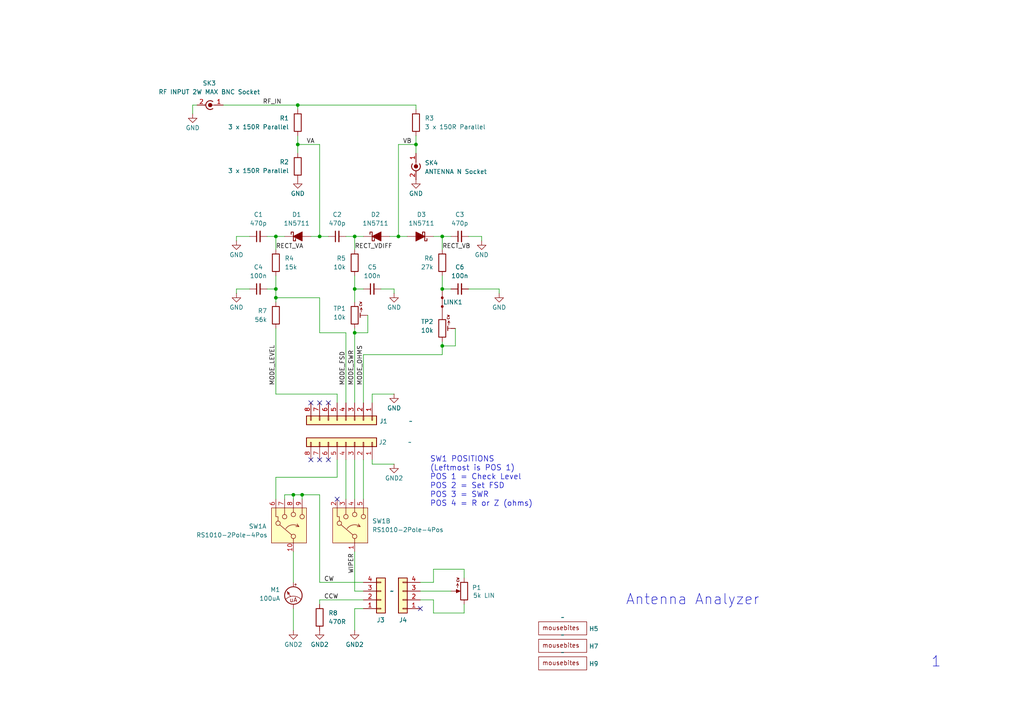
<source format=kicad_sch>
(kicad_sch
	(version 20250114)
	(generator "eeschema")
	(generator_version "9.0")
	(uuid "dd71e3db-39d7-41a3-95e0-3282c7fb05f9")
	(paper "A4")
	(lib_symbols
		(symbol "Connector_Generic:Conn_01x04"
			(pin_names
				(offset 1.016)
				(hide yes)
			)
			(exclude_from_sim no)
			(in_bom yes)
			(on_board yes)
			(property "Reference" "J"
				(at 0 5.08 0)
				(effects
					(font
						(size 1.27 1.27)
					)
				)
			)
			(property "Value" "Conn_01x04"
				(at 0 -7.62 0)
				(effects
					(font
						(size 1.27 1.27)
					)
				)
			)
			(property "Footprint" ""
				(at 0 0 0)
				(effects
					(font
						(size 1.27 1.27)
					)
					(hide yes)
				)
			)
			(property "Datasheet" "~"
				(at 0 0 0)
				(effects
					(font
						(size 1.27 1.27)
					)
					(hide yes)
				)
			)
			(property "Description" "Generic connector, single row, 01x04, script generated (kicad-library-utils/schlib/autogen/connector/)"
				(at 0 0 0)
				(effects
					(font
						(size 1.27 1.27)
					)
					(hide yes)
				)
			)
			(property "ki_keywords" "connector"
				(at 0 0 0)
				(effects
					(font
						(size 1.27 1.27)
					)
					(hide yes)
				)
			)
			(property "ki_fp_filters" "Connector*:*_1x??_*"
				(at 0 0 0)
				(effects
					(font
						(size 1.27 1.27)
					)
					(hide yes)
				)
			)
			(symbol "Conn_01x04_1_1"
				(rectangle
					(start -1.27 3.81)
					(end 1.27 -6.35)
					(stroke
						(width 0.254)
						(type default)
					)
					(fill
						(type background)
					)
				)
				(rectangle
					(start -1.27 2.667)
					(end 0 2.413)
					(stroke
						(width 0.1524)
						(type default)
					)
					(fill
						(type none)
					)
				)
				(rectangle
					(start -1.27 0.127)
					(end 0 -0.127)
					(stroke
						(width 0.1524)
						(type default)
					)
					(fill
						(type none)
					)
				)
				(rectangle
					(start -1.27 -2.413)
					(end 0 -2.667)
					(stroke
						(width 0.1524)
						(type default)
					)
					(fill
						(type none)
					)
				)
				(rectangle
					(start -1.27 -4.953)
					(end 0 -5.207)
					(stroke
						(width 0.1524)
						(type default)
					)
					(fill
						(type none)
					)
				)
				(pin passive line
					(at -5.08 2.54 0)
					(length 3.81)
					(name "Pin_1"
						(effects
							(font
								(size 1.27 1.27)
							)
						)
					)
					(number "1"
						(effects
							(font
								(size 1.27 1.27)
							)
						)
					)
				)
				(pin passive line
					(at -5.08 0 0)
					(length 3.81)
					(name "Pin_2"
						(effects
							(font
								(size 1.27 1.27)
							)
						)
					)
					(number "2"
						(effects
							(font
								(size 1.27 1.27)
							)
						)
					)
				)
				(pin passive line
					(at -5.08 -2.54 0)
					(length 3.81)
					(name "Pin_3"
						(effects
							(font
								(size 1.27 1.27)
							)
						)
					)
					(number "3"
						(effects
							(font
								(size 1.27 1.27)
							)
						)
					)
				)
				(pin passive line
					(at -5.08 -5.08 0)
					(length 3.81)
					(name "Pin_4"
						(effects
							(font
								(size 1.27 1.27)
							)
						)
					)
					(number "4"
						(effects
							(font
								(size 1.27 1.27)
							)
						)
					)
				)
			)
			(embedded_fonts no)
		)
		(symbol "Connector_Generic:Conn_01x08"
			(pin_names
				(offset 1.016)
				(hide yes)
			)
			(exclude_from_sim no)
			(in_bom yes)
			(on_board yes)
			(property "Reference" "J"
				(at 0 10.16 0)
				(effects
					(font
						(size 1.27 1.27)
					)
				)
			)
			(property "Value" "Conn_01x08"
				(at 0 -12.7 0)
				(effects
					(font
						(size 1.27 1.27)
					)
				)
			)
			(property "Footprint" ""
				(at 0 0 0)
				(effects
					(font
						(size 1.27 1.27)
					)
					(hide yes)
				)
			)
			(property "Datasheet" "~"
				(at 0 0 0)
				(effects
					(font
						(size 1.27 1.27)
					)
					(hide yes)
				)
			)
			(property "Description" "Generic connector, single row, 01x08, script generated (kicad-library-utils/schlib/autogen/connector/)"
				(at 0 0 0)
				(effects
					(font
						(size 1.27 1.27)
					)
					(hide yes)
				)
			)
			(property "ki_keywords" "connector"
				(at 0 0 0)
				(effects
					(font
						(size 1.27 1.27)
					)
					(hide yes)
				)
			)
			(property "ki_fp_filters" "Connector*:*_1x??_*"
				(at 0 0 0)
				(effects
					(font
						(size 1.27 1.27)
					)
					(hide yes)
				)
			)
			(symbol "Conn_01x08_1_1"
				(rectangle
					(start -1.27 8.89)
					(end 1.27 -11.43)
					(stroke
						(width 0.254)
						(type default)
					)
					(fill
						(type background)
					)
				)
				(rectangle
					(start -1.27 7.747)
					(end 0 7.493)
					(stroke
						(width 0.1524)
						(type default)
					)
					(fill
						(type none)
					)
				)
				(rectangle
					(start -1.27 5.207)
					(end 0 4.953)
					(stroke
						(width 0.1524)
						(type default)
					)
					(fill
						(type none)
					)
				)
				(rectangle
					(start -1.27 2.667)
					(end 0 2.413)
					(stroke
						(width 0.1524)
						(type default)
					)
					(fill
						(type none)
					)
				)
				(rectangle
					(start -1.27 0.127)
					(end 0 -0.127)
					(stroke
						(width 0.1524)
						(type default)
					)
					(fill
						(type none)
					)
				)
				(rectangle
					(start -1.27 -2.413)
					(end 0 -2.667)
					(stroke
						(width 0.1524)
						(type default)
					)
					(fill
						(type none)
					)
				)
				(rectangle
					(start -1.27 -4.953)
					(end 0 -5.207)
					(stroke
						(width 0.1524)
						(type default)
					)
					(fill
						(type none)
					)
				)
				(rectangle
					(start -1.27 -7.493)
					(end 0 -7.747)
					(stroke
						(width 0.1524)
						(type default)
					)
					(fill
						(type none)
					)
				)
				(rectangle
					(start -1.27 -10.033)
					(end 0 -10.287)
					(stroke
						(width 0.1524)
						(type default)
					)
					(fill
						(type none)
					)
				)
				(pin passive line
					(at -5.08 7.62 0)
					(length 3.81)
					(name "Pin_1"
						(effects
							(font
								(size 1.27 1.27)
							)
						)
					)
					(number "1"
						(effects
							(font
								(size 1.27 1.27)
							)
						)
					)
				)
				(pin passive line
					(at -5.08 5.08 0)
					(length 3.81)
					(name "Pin_2"
						(effects
							(font
								(size 1.27 1.27)
							)
						)
					)
					(number "2"
						(effects
							(font
								(size 1.27 1.27)
							)
						)
					)
				)
				(pin passive line
					(at -5.08 2.54 0)
					(length 3.81)
					(name "Pin_3"
						(effects
							(font
								(size 1.27 1.27)
							)
						)
					)
					(number "3"
						(effects
							(font
								(size 1.27 1.27)
							)
						)
					)
				)
				(pin passive line
					(at -5.08 0 0)
					(length 3.81)
					(name "Pin_4"
						(effects
							(font
								(size 1.27 1.27)
							)
						)
					)
					(number "4"
						(effects
							(font
								(size 1.27 1.27)
							)
						)
					)
				)
				(pin passive line
					(at -5.08 -2.54 0)
					(length 3.81)
					(name "Pin_5"
						(effects
							(font
								(size 1.27 1.27)
							)
						)
					)
					(number "5"
						(effects
							(font
								(size 1.27 1.27)
							)
						)
					)
				)
				(pin passive line
					(at -5.08 -5.08 0)
					(length 3.81)
					(name "Pin_6"
						(effects
							(font
								(size 1.27 1.27)
							)
						)
					)
					(number "6"
						(effects
							(font
								(size 1.27 1.27)
							)
						)
					)
				)
				(pin passive line
					(at -5.08 -7.62 0)
					(length 3.81)
					(name "Pin_7"
						(effects
							(font
								(size 1.27 1.27)
							)
						)
					)
					(number "7"
						(effects
							(font
								(size 1.27 1.27)
							)
						)
					)
				)
				(pin passive line
					(at -5.08 -10.16 0)
					(length 3.81)
					(name "Pin_8"
						(effects
							(font
								(size 1.27 1.27)
							)
						)
					)
					(number "8"
						(effects
							(font
								(size 1.27 1.27)
							)
						)
					)
				)
			)
			(embedded_fonts no)
		)
		(symbol "Device:C_Small"
			(pin_numbers
				(hide yes)
			)
			(pin_names
				(offset 0.254)
				(hide yes)
			)
			(exclude_from_sim no)
			(in_bom yes)
			(on_board yes)
			(property "Reference" "C"
				(at 0.254 1.778 0)
				(effects
					(font
						(size 1.27 1.27)
					)
					(justify left)
				)
			)
			(property "Value" "C_Small"
				(at 0.254 -2.032 0)
				(effects
					(font
						(size 1.27 1.27)
					)
					(justify left)
				)
			)
			(property "Footprint" ""
				(at 0 0 0)
				(effects
					(font
						(size 1.27 1.27)
					)
					(hide yes)
				)
			)
			(property "Datasheet" "~"
				(at 0 0 0)
				(effects
					(font
						(size 1.27 1.27)
					)
					(hide yes)
				)
			)
			(property "Description" "Unpolarized capacitor, small symbol"
				(at 0 0 0)
				(effects
					(font
						(size 1.27 1.27)
					)
					(hide yes)
				)
			)
			(property "ki_keywords" "capacitor cap"
				(at 0 0 0)
				(effects
					(font
						(size 1.27 1.27)
					)
					(hide yes)
				)
			)
			(property "ki_fp_filters" "C_*"
				(at 0 0 0)
				(effects
					(font
						(size 1.27 1.27)
					)
					(hide yes)
				)
			)
			(symbol "C_Small_0_1"
				(polyline
					(pts
						(xy -1.524 0.508) (xy 1.524 0.508)
					)
					(stroke
						(width 0.3048)
						(type default)
					)
					(fill
						(type none)
					)
				)
				(polyline
					(pts
						(xy -1.524 -0.508) (xy 1.524 -0.508)
					)
					(stroke
						(width 0.3302)
						(type default)
					)
					(fill
						(type none)
					)
				)
			)
			(symbol "C_Small_1_1"
				(pin passive line
					(at 0 2.54 270)
					(length 2.032)
					(name "~"
						(effects
							(font
								(size 1.27 1.27)
							)
						)
					)
					(number "1"
						(effects
							(font
								(size 1.27 1.27)
							)
						)
					)
				)
				(pin passive line
					(at 0 -2.54 90)
					(length 2.032)
					(name "~"
						(effects
							(font
								(size 1.27 1.27)
							)
						)
					)
					(number "2"
						(effects
							(font
								(size 1.27 1.27)
							)
						)
					)
				)
			)
			(embedded_fonts no)
		)
		(symbol "Device:R"
			(pin_numbers
				(hide yes)
			)
			(pin_names
				(offset 0)
			)
			(exclude_from_sim no)
			(in_bom yes)
			(on_board yes)
			(property "Reference" "R"
				(at 2.032 0 90)
				(effects
					(font
						(size 1.27 1.27)
					)
				)
			)
			(property "Value" "R"
				(at 0 0 90)
				(effects
					(font
						(size 1.27 1.27)
					)
				)
			)
			(property "Footprint" ""
				(at -1.778 0 90)
				(effects
					(font
						(size 1.27 1.27)
					)
					(hide yes)
				)
			)
			(property "Datasheet" "~"
				(at 0 0 0)
				(effects
					(font
						(size 1.27 1.27)
					)
					(hide yes)
				)
			)
			(property "Description" "Resistor"
				(at 0 0 0)
				(effects
					(font
						(size 1.27 1.27)
					)
					(hide yes)
				)
			)
			(property "ki_keywords" "R res resistor"
				(at 0 0 0)
				(effects
					(font
						(size 1.27 1.27)
					)
					(hide yes)
				)
			)
			(property "ki_fp_filters" "R_*"
				(at 0 0 0)
				(effects
					(font
						(size 1.27 1.27)
					)
					(hide yes)
				)
			)
			(symbol "R_0_1"
				(rectangle
					(start -1.016 -2.54)
					(end 1.016 2.54)
					(stroke
						(width 0.254)
						(type default)
					)
					(fill
						(type none)
					)
				)
			)
			(symbol "R_1_1"
				(pin passive line
					(at 0 3.81 270)
					(length 1.27)
					(name "~"
						(effects
							(font
								(size 1.27 1.27)
							)
						)
					)
					(number "1"
						(effects
							(font
								(size 1.27 1.27)
							)
						)
					)
				)
				(pin passive line
					(at 0 -3.81 90)
					(length 1.27)
					(name "~"
						(effects
							(font
								(size 1.27 1.27)
							)
						)
					)
					(number "2"
						(effects
							(font
								(size 1.27 1.27)
							)
						)
					)
				)
			)
			(embedded_fonts no)
		)
		(symbol "RS1010-symbol-library:RS1010-2Pole-4Pos"
			(pin_names
				(hide yes)
			)
			(exclude_from_sim no)
			(in_bom yes)
			(on_board yes)
			(property "Reference" "SW"
				(at 0 7.62 0)
				(effects
					(font
						(size 1.27 1.27)
					)
				)
			)
			(property "Value" "RS1010-2Pole-4Pos"
				(at 1.27 -5.334 0)
				(effects
					(font
						(size 1.27 1.27)
					)
				)
			)
			(property "Footprint" "RS1010-footprint-library:RS1010"
				(at 0 -7.62 0)
				(effects
					(font
						(size 1.27 1.27)
					)
					(hide yes)
				)
			)
			(property "Datasheet" "~"
				(at 0 -10.16 0)
				(effects
					(font
						(size 1.27 1.27)
					)
					(hide yes)
				)
			)
			(property "Description" "Rotary switch SR10010F RS1010"
				(at 0.254 9.652 0)
				(effects
					(font
						(size 1.27 1.27)
					)
					(hide yes)
				)
			)
			(property "ki_keywords" "Rotary switch RS1010 SR10010F"
				(at 0 0 0)
				(effects
					(font
						(size 1.27 1.27)
					)
					(hide yes)
				)
			)
			(symbol "RS1010-2Pole-4Pos_0_1"
				(polyline
					(pts
						(xy -5.08 0) (xy -3.81 0)
					)
					(stroke
						(width 0)
						(type default)
					)
					(fill
						(type none)
					)
				)
				(circle
					(center -3.175 0)
					(radius 0.635)
					(stroke
						(width 0)
						(type default)
					)
					(fill
						(type none)
					)
				)
				(polyline
					(pts
						(xy -2.7432 0.508) (xy 0.2032 3.9624)
					)
					(stroke
						(width 0)
						(type default)
					)
					(fill
						(type none)
					)
				)
				(arc
					(start -0.9526 2.2225)
					(mid 0.154 0.449)
					(end -0.3176 -1.5875)
					(stroke
						(width 0)
						(type default)
					)
					(fill
						(type none)
					)
				)
				(polyline
					(pts
						(xy -0.3176 -1.5875) (xy -0.3176 -0.6985)
					)
					(stroke
						(width 0)
						(type default)
					)
					(fill
						(type none)
					)
				)
				(polyline
					(pts
						(xy -0.3176 -1.5875) (xy -0.3176 -1.5875)
					)
					(stroke
						(width 0)
						(type default)
					)
					(fill
						(type none)
					)
				)
				(polyline
					(pts
						(xy -0.3176 -1.5875) (xy 0.4444 -1.0795)
					)
					(stroke
						(width 0)
						(type default)
					)
					(fill
						(type none)
					)
				)
				(polyline
					(pts
						(xy 0.3174 -1.5875) (xy 0.3174 -1.5875)
					)
					(stroke
						(width 0)
						(type default)
					)
					(fill
						(type none)
					)
				)
				(circle
					(center 0.635 4.445)
					(radius 0.635)
					(stroke
						(width 0)
						(type default)
					)
					(fill
						(type none)
					)
				)
				(circle
					(center 2.54 2.54)
					(radius 0.635)
					(stroke
						(width 0)
						(type default)
					)
					(fill
						(type none)
					)
				)
				(circle
					(center 2.54 -2.54)
					(radius 0.635)
					(stroke
						(width 0)
						(type default)
					)
					(fill
						(type none)
					)
				)
				(circle
					(center 3.175 0)
					(radius 0.635)
					(stroke
						(width 0)
						(type default)
					)
					(fill
						(type none)
					)
				)
				(polyline
					(pts
						(xy 5.08 5.08) (xy 2.54 5.08) (xy 2.54 4.445) (xy 1.27 4.445)
					)
					(stroke
						(width 0)
						(type default)
					)
					(fill
						(type none)
					)
				)
				(polyline
					(pts
						(xy 5.08 2.54) (xy 3.175 2.54)
					)
					(stroke
						(width 0)
						(type default)
					)
					(fill
						(type none)
					)
				)
				(polyline
					(pts
						(xy 5.08 0) (xy 3.81 0)
					)
					(stroke
						(width 0)
						(type default)
					)
					(fill
						(type none)
					)
				)
				(polyline
					(pts
						(xy 5.08 -2.54) (xy 3.175 -2.54)
					)
					(stroke
						(width 0)
						(type default)
					)
					(fill
						(type none)
					)
				)
			)
			(symbol "RS1010-2Pole-4Pos_1_1"
				(polyline
					(pts
						(xy -5.08 6.35) (xy 5.08 6.35) (xy 5.08 -3.81) (xy -5.08 -3.81) (xy -5.08 6.35) (xy -5.08 6.35)
					)
					(stroke
						(width 0)
						(type default)
					)
					(fill
						(type background)
					)
				)
				(pin passive line
					(at -7.62 0 0)
					(length 2.54)
					(name ""
						(effects
							(font
								(size 1.27 1.27)
							)
						)
					)
					(number "10"
						(effects
							(font
								(size 1.27 1.27)
							)
						)
					)
				)
				(pin passive line
					(at 7.62 5.08 180)
					(length 2.54)
					(name ""
						(effects
							(font
								(size 1.27 1.27)
							)
						)
					)
					(number "6"
						(effects
							(font
								(size 1.27 1.27)
							)
						)
					)
				)
				(pin passive line
					(at 7.62 2.54 180)
					(length 2.54)
					(name ""
						(effects
							(font
								(size 1.27 1.27)
							)
						)
					)
					(number "7"
						(effects
							(font
								(size 1.27 1.27)
							)
						)
					)
				)
				(pin passive line
					(at 7.62 0 180)
					(length 2.54)
					(name ""
						(effects
							(font
								(size 1.27 1.27)
							)
						)
					)
					(number "8"
						(effects
							(font
								(size 1.27 1.27)
							)
						)
					)
				)
				(pin passive line
					(at 7.62 -2.54 180)
					(length 2.54)
					(name ""
						(effects
							(font
								(size 1.27 1.27)
							)
						)
					)
					(number "9"
						(effects
							(font
								(size 1.27 1.27)
							)
						)
					)
				)
			)
			(symbol "RS1010-2Pole-4Pos_2_1"
				(polyline
					(pts
						(xy -5.08 6.35) (xy 5.08 6.35) (xy 5.08 -3.81) (xy -5.08 -3.81) (xy -5.08 6.35) (xy -5.08 6.35)
					)
					(stroke
						(width 0)
						(type default)
					)
					(fill
						(type background)
					)
				)
				(pin passive line
					(at -7.62 0 0)
					(length 2.54)
					(name ""
						(effects
							(font
								(size 1.27 1.27)
							)
						)
					)
					(number "1"
						(effects
							(font
								(size 1.27 1.27)
							)
						)
					)
				)
				(pin passive line
					(at 7.62 5.08 180)
					(length 2.54)
					(name ""
						(effects
							(font
								(size 1.27 1.27)
							)
						)
					)
					(number "2"
						(effects
							(font
								(size 1.27 1.27)
							)
						)
					)
				)
				(pin passive line
					(at 7.62 2.54 180)
					(length 2.54)
					(name ""
						(effects
							(font
								(size 1.27 1.27)
							)
						)
					)
					(number "3"
						(effects
							(font
								(size 1.27 1.27)
							)
						)
					)
				)
				(pin passive line
					(at 7.62 0 180)
					(length 2.54)
					(name ""
						(effects
							(font
								(size 1.27 1.27)
							)
						)
					)
					(number "4"
						(effects
							(font
								(size 1.27 1.27)
							)
						)
					)
				)
				(pin passive line
					(at 7.62 -2.54 180)
					(length 2.54)
					(name ""
						(effects
							(font
								(size 1.27 1.27)
							)
						)
					)
					(number "5"
						(effects
							(font
								(size 1.27 1.27)
							)
						)
					)
				)
			)
			(embedded_fonts no)
		)
		(symbol "User_Global_Symbol_Library:D_Schottky"
			(pin_numbers
				(hide yes)
			)
			(pin_names
				(offset 1.016)
				(hide yes)
			)
			(exclude_from_sim no)
			(in_bom yes)
			(on_board yes)
			(property "Reference" "D"
				(at 0 2.54 0)
				(effects
					(font
						(size 1.27 1.27)
					)
				)
			)
			(property "Value" "D_Schottky"
				(at 0 -2.54 0)
				(effects
					(font
						(size 1.27 1.27)
					)
				)
			)
			(property "Footprint" "User_Global_Library:Diode-SOT-23_Handsoldering"
				(at 0 -6.35 0)
				(effects
					(font
						(size 1.27 1.27)
					)
					(hide yes)
				)
			)
			(property "Datasheet" "~"
				(at 0 0 0)
				(effects
					(font
						(size 1.27 1.27)
					)
					(hide yes)
				)
			)
			(property "Description" "Schottky diode"
				(at 0 0 0)
				(effects
					(font
						(size 1.27 1.27)
					)
					(hide yes)
				)
			)
			(property "ki_keywords" "diode Schottky"
				(at 0 0 0)
				(effects
					(font
						(size 1.27 1.27)
					)
					(hide yes)
				)
			)
			(property "ki_fp_filters" "TO-???* *_Diode_* *SingleDiode* D_*"
				(at 0 0 0)
				(effects
					(font
						(size 1.27 1.27)
					)
					(hide yes)
				)
			)
			(symbol "D_Schottky_0_1"
				(polyline
					(pts
						(xy -1.905 0.635) (xy -1.905 1.27) (xy -1.27 1.27) (xy -1.27 -1.27) (xy -0.635 -1.27) (xy -0.635 -0.635)
					)
					(stroke
						(width 0.254)
						(type default)
					)
					(fill
						(type none)
					)
				)
				(polyline
					(pts
						(xy 1.27 1.27) (xy 1.27 -1.27) (xy -1.27 0) (xy 1.27 1.27)
					)
					(stroke
						(width 0.254)
						(type default)
					)
					(fill
						(type outline)
					)
				)
				(polyline
					(pts
						(xy 1.27 0) (xy -1.27 0)
					)
					(stroke
						(width 0)
						(type default)
					)
					(fill
						(type none)
					)
				)
			)
			(symbol "D_Schottky_1_1"
				(pin passive line
					(at -3.81 0 0)
					(length 2.54)
					(name "K"
						(effects
							(font
								(size 1.27 1.27)
							)
						)
					)
					(number "3"
						(effects
							(font
								(size 1.27 1.27)
							)
						)
					)
				)
				(pin passive line
					(at 3.81 0 180)
					(length 2.54)
					(name "A"
						(effects
							(font
								(size 1.27 1.27)
							)
						)
					)
					(number "1"
						(effects
							(font
								(size 1.27 1.27)
							)
						)
					)
				)
			)
			(embedded_fonts no)
		)
		(symbol "User_Global_Symbol_Library:RF-conn"
			(pin_names
				(offset 1.016)
				(hide yes)
			)
			(exclude_from_sim no)
			(in_bom yes)
			(on_board yes)
			(property "Reference" "J"
				(at -5.08 -1.27 90)
				(effects
					(font
						(size 1.27 1.27)
					)
				)
			)
			(property "Value" "RF-conn"
				(at -3.175 -1.27 90)
				(effects
					(font
						(size 1.27 1.27)
					)
				)
			)
			(property "Footprint" ""
				(at 0 -1.27 0)
				(effects
					(font
						(size 1.27 1.27)
					)
					(hide yes)
				)
			)
			(property "Datasheet" "~"
				(at 0 -1.27 0)
				(effects
					(font
						(size 1.27 1.27)
					)
					(hide yes)
				)
			)
			(property "Description" "coaxial connector (BNC, SMA, SMB, SMC, Cinch/RCA, LEMO, ...)"
				(at 0 0 0)
				(effects
					(font
						(size 1.27 1.27)
					)
					(hide yes)
				)
			)
			(property "ki_keywords" "BNC SMA SMB SMC LEMO coaxial connector CINCH RCA"
				(at 0 0 0)
				(effects
					(font
						(size 1.27 1.27)
					)
					(hide yes)
				)
			)
			(property "ki_fp_filters" "*BNC* *SMA* *SMB* *SMC* *Cinch* *LEMO*"
				(at 0 0 0)
				(effects
					(font
						(size 1.27 1.27)
					)
					(hide yes)
				)
			)
			(symbol "RF-conn_0_1"
				(arc
					(start 1.016 -0.508)
					(mid 1.2048 -0.8684)
					(end 1.27 -1.27)
					(stroke
						(width 0.254)
						(type default)
					)
					(fill
						(type none)
					)
				)
				(polyline
					(pts
						(xy 0 0) (xy 0 -1.27)
					)
					(stroke
						(width 0)
						(type default)
					)
					(fill
						(type none)
					)
				)
				(arc
					(start 1.27 -1.27)
					(mid 0 -2.5345)
					(end -1.27 -1.27)
					(stroke
						(width 0.254)
						(type default)
					)
					(fill
						(type none)
					)
				)
				(arc
					(start -1.27 -1.27)
					(mid -1.2048 -0.8684)
					(end -1.016 -0.508)
					(stroke
						(width 0.254)
						(type default)
					)
					(fill
						(type none)
					)
				)
				(circle
					(center 0 -1.27)
					(radius 0.508)
					(stroke
						(width 0.2032)
						(type default)
					)
					(fill
						(type outline)
					)
				)
				(polyline
					(pts
						(xy 0 -2.54) (xy 0 -3.048)
					)
					(stroke
						(width 0)
						(type default)
					)
					(fill
						(type none)
					)
				)
			)
			(symbol "RF-conn_1_1"
				(pin passive line
					(at 0 2.54 270)
					(length 2.54)
					(name "In"
						(effects
							(font
								(size 1.27 1.27)
							)
						)
					)
					(number "1"
						(effects
							(font
								(size 1.27 1.27)
							)
						)
					)
				)
				(pin passive line
					(at 0 -5.08 90)
					(length 2.54)
					(name "Ext"
						(effects
							(font
								(size 1.27 1.27)
							)
						)
					)
					(number "2"
						(effects
							(font
								(size 1.27 1.27)
							)
						)
					)
				)
			)
			(embedded_fonts no)
		)
		(symbol "User_Global_Symbol_Library:R_Potentiometer"
			(pin_numbers
				(hide yes)
			)
			(pin_names
				(offset 1.016)
				(hide yes)
			)
			(exclude_from_sim no)
			(in_bom yes)
			(on_board yes)
			(property "Reference" "VR"
				(at -4.445 0 90)
				(effects
					(font
						(size 1.27 1.27)
					)
				)
			)
			(property "Value" "R_Potentiometer"
				(at -2.54 0 90)
				(effects
					(font
						(size 1.27 1.27)
					)
				)
			)
			(property "Footprint" "User_Global_Library:Potentiometer_soldersmoke"
				(at 0 0 0)
				(effects
					(font
						(size 1.27 1.27)
					)
					(hide yes)
				)
			)
			(property "Datasheet" "~"
				(at 0 0 0)
				(effects
					(font
						(size 1.27 1.27)
					)
					(hide yes)
				)
			)
			(property "Description" "Potentiometer"
				(at 0 0 0)
				(effects
					(font
						(size 1.27 1.27)
					)
					(hide yes)
				)
			)
			(property "ki_keywords" "resistor variable"
				(at 0 0 0)
				(effects
					(font
						(size 1.27 1.27)
					)
					(hide yes)
				)
			)
			(property "ki_fp_filters" "Potentiometer*"
				(at 0 0 0)
				(effects
					(font
						(size 1.27 1.27)
					)
					(hide yes)
				)
			)
			(symbol "R_Potentiometer_0_1"
				(rectangle
					(start 1.016 2.54)
					(end -1.016 -2.54)
					(stroke
						(width 0.254)
						(type default)
					)
					(fill
						(type none)
					)
				)
				(polyline
					(pts
						(xy 1.143 0) (xy 2.286 0.508) (xy 2.286 -0.508) (xy 1.143 0)
					)
					(stroke
						(width 0)
						(type default)
					)
					(fill
						(type outline)
					)
				)
				(polyline
					(pts
						(xy 1.905 2.2225) (xy 2.2225 1.5875)
					)
					(stroke
						(width 0)
						(type default)
					)
					(fill
						(type none)
					)
				)
				(polyline
					(pts
						(xy 1.905 0.9525) (xy 1.905 2.2225) (xy 1.5875 1.5875)
					)
					(stroke
						(width 0)
						(type default)
					)
					(fill
						(type none)
					)
				)
				(polyline
					(pts
						(xy 2.54 0) (xy 1.524 0)
					)
					(stroke
						(width 0)
						(type default)
					)
					(fill
						(type none)
					)
				)
			)
			(symbol "R_Potentiometer_1_1"
				(text "CW"
					(at 1.778 3.302 900)
					(effects
						(font
							(size 0.635 0.635)
						)
					)
				)
				(pin passive line
					(at 0 3.81 270)
					(length 1.27)
					(name "3"
						(effects
							(font
								(size 1.27 1.27)
							)
						)
					)
					(number "3"
						(effects
							(font
								(size 1.27 1.27)
							)
						)
					)
				)
				(pin passive line
					(at 0 -3.81 90)
					(length 1.27)
					(name "1"
						(effects
							(font
								(size 1.27 1.27)
							)
						)
					)
					(number "1"
						(effects
							(font
								(size 1.27 1.27)
							)
						)
					)
				)
				(pin passive line
					(at 3.81 0 180)
					(length 1.27)
					(name "2"
						(effects
							(font
								(size 1.27 1.27)
							)
						)
					)
					(number "2"
						(effects
							(font
								(size 1.27 1.27)
							)
						)
					)
				)
			)
			(embedded_fonts no)
		)
		(symbol "User_Global_Symbol_Library:R_Trimmer"
			(pin_numbers
				(hide yes)
			)
			(pin_names
				(hide yes)
			)
			(exclude_from_sim no)
			(in_bom yes)
			(on_board yes)
			(property "Reference" "VR"
				(at 3.302 -2.794 0)
				(effects
					(font
						(size 1.27 1.27)
					)
				)
			)
			(property "Value" ""
				(at 0 0 0)
				(effects
					(font
						(size 1.27 1.27)
					)
				)
			)
			(property "Footprint" "User_Global_Library:Potentiometer_Trimmer_Generic_Vertical"
				(at 0 0 0)
				(effects
					(font
						(size 1.27 1.27)
					)
					(hide yes)
				)
			)
			(property "Datasheet" ""
				(at 0 0 0)
				(effects
					(font
						(size 1.27 1.27)
					)
					(hide yes)
				)
			)
			(property "Description" ""
				(at 0 0 0)
				(effects
					(font
						(size 1.27 1.27)
					)
					(hide yes)
				)
			)
			(property "ki_keywords" "3386P"
				(at 0 0 0)
				(effects
					(font
						(size 1.27 1.27)
					)
					(hide yes)
				)
			)
			(symbol "R_Trimmer_0_1"
				(rectangle
					(start -1.016 2.54)
					(end 1.016 -2.54)
					(stroke
						(width 0.254)
						(type default)
					)
					(fill
						(type none)
					)
				)
				(polyline
					(pts
						(xy 1.5875 0.635) (xy 1.5875 -0.635)
					)
					(stroke
						(width 0.254)
						(type default)
					)
					(fill
						(type none)
					)
				)
				(polyline
					(pts
						(xy 1.905 2.2225) (xy 2.2225 1.5875)
					)
					(stroke
						(width 0)
						(type default)
					)
					(fill
						(type none)
					)
				)
				(polyline
					(pts
						(xy 1.905 0.9525) (xy 1.905 2.2225) (xy 1.5875 1.5875)
					)
					(stroke
						(width 0)
						(type default)
					)
					(fill
						(type none)
					)
				)
				(polyline
					(pts
						(xy 2.54 0) (xy 1.524 0)
					)
					(stroke
						(width 0)
						(type default)
					)
					(fill
						(type none)
					)
				)
			)
			(symbol "R_Trimmer_1_1"
				(text "CW"
					(at 1.778 3.302 900)
					(effects
						(font
							(size 0.635 0.635)
						)
					)
				)
				(pin passive line
					(at 0 3.81 270)
					(length 1.27)
					(name "3"
						(effects
							(font
								(size 1.27 1.27)
							)
						)
					)
					(number "3"
						(effects
							(font
								(size 1.27 1.27)
							)
						)
					)
				)
				(pin passive line
					(at 0 -3.81 90)
					(length 1.27)
					(name "1"
						(effects
							(font
								(size 1.27 1.27)
							)
						)
					)
					(number "1"
						(effects
							(font
								(size 1.27 1.27)
							)
						)
					)
				)
				(pin passive line
					(at 3.81 0 180)
					(length 1.27)
					(name "2"
						(effects
							(font
								(size 1.27 1.27)
							)
						)
					)
					(number "2"
						(effects
							(font
								(size 1.27 1.27)
							)
						)
					)
				)
			)
			(embedded_fonts no)
		)
		(symbol "User_Global_Symbol_Library:micro-ammeter-dc"
			(pin_numbers
				(hide yes)
			)
			(pin_names
				(offset 0.0254)
				(hide yes)
			)
			(exclude_from_sim no)
			(in_bom yes)
			(on_board yes)
			(property "Reference" "M"
				(at -3.302 1.016 0)
				(effects
					(font
						(size 1.27 1.27)
					)
					(justify right)
				)
			)
			(property "Value" "micro-ammeter-dc"
				(at -3.302 -0.762 0)
				(effects
					(font
						(size 1.27 1.27)
					)
					(justify right)
				)
			)
			(property "Footprint" ""
				(at 0 2.54 90)
				(effects
					(font
						(size 1.27 1.27)
					)
					(hide yes)
				)
			)
			(property "Datasheet" "~"
				(at 0 2.54 90)
				(effects
					(font
						(size 1.27 1.27)
					)
					(hide yes)
				)
			)
			(property "Description" ""
				(at -0.762 -8.636 0)
				(effects
					(font
						(size 1.27 1.27)
					)
					(hide yes)
				)
			)
			(property "ki_keywords" "ammeter DC ampere meter"
				(at 0 0 0)
				(effects
					(font
						(size 1.27 1.27)
					)
					(hide yes)
				)
			)
			(symbol "micro-ammeter-dc_0_1"
				(polyline
					(pts
						(xy -1.7468 1.1116) (xy -1.588 0.3176) (xy -1.1116 0.6352) (xy -1.7468 1.1116)
					)
					(stroke
						(width 0)
						(type default)
					)
					(fill
						(type outline)
					)
				)
				(polyline
					(pts
						(xy -0.794 -0.3176) (xy -1.7468 1.1116)
					)
					(stroke
						(width 0)
						(type default)
					)
					(fill
						(type none)
					)
				)
				(circle
					(center 0 0)
					(radius 2.54)
					(stroke
						(width 0.254)
						(type default)
					)
					(fill
						(type none)
					)
				)
				(arc
					(start -2.2232 -1.1116)
					(mid 0 -0.1907)
					(end 2.2232 -1.1116)
					(stroke
						(width 0)
						(type default)
					)
					(fill
						(type none)
					)
				)
				(polyline
					(pts
						(xy 0.3176 3.176) (xy 0.9528 3.176)
					)
					(stroke
						(width 0)
						(type default)
					)
					(fill
						(type none)
					)
				)
				(polyline
					(pts
						(xy 0.6352 3.4936) (xy 0.6352 2.8584)
					)
					(stroke
						(width 0)
						(type default)
					)
					(fill
						(type none)
					)
				)
			)
			(symbol "micro-ammeter-dc_1_1"
				(text "uA"
					(at 0 -1.27 0)
					(effects
						(font
							(size 1.27 1.27)
						)
					)
				)
				(pin passive line
					(at 0 3.81 270)
					(length 1.27)
					(name "+"
						(effects
							(font
								(size 1.27 1.27)
							)
						)
					)
					(number "2"
						(effects
							(font
								(size 1.27 1.27)
							)
						)
					)
				)
				(pin passive line
					(at 0 -3.81 90)
					(length 1.27)
					(name "-"
						(effects
							(font
								(size 1.27 1.27)
							)
						)
					)
					(number "1"
						(effects
							(font
								(size 1.27 1.27)
							)
						)
					)
				)
			)
			(embedded_fonts no)
		)
		(symbol "User_Global_Symbol_Library:mousebites"
			(pin_numbers
				(hide yes)
			)
			(pin_names
				(offset 0)
				(hide yes)
			)
			(exclude_from_sim no)
			(in_bom yes)
			(on_board yes)
			(property "Reference" "H"
				(at 0 2.794 0)
				(effects
					(font
						(size 1.27 1.27)
					)
				)
			)
			(property "Value" ""
				(at 0 0 0)
				(effects
					(font
						(size 1.27 1.27)
					)
				)
			)
			(property "Footprint" "User_Global_Library:mousebites-imperial-5"
				(at -1.27 -4.064 0)
				(effects
					(font
						(size 1.27 1.27)
					)
					(hide yes)
				)
			)
			(property "Datasheet" ""
				(at 0 0 0)
				(effects
					(font
						(size 1.27 1.27)
					)
					(hide yes)
				)
			)
			(property "Description" ""
				(at 0 0 0)
				(effects
					(font
						(size 1.27 1.27)
					)
					(hide yes)
				)
			)
			(symbol "mousebites_1_1"
				(text_box "mousebites"
					(at -6.35 1.27 0)
					(size 13.97 -3.81)
					(margins 1.016 1.016 1.016 1.016)
					(stroke
						(width 0)
						(type solid)
					)
					(fill
						(type none)
					)
					(effects
						(font
							(size 1.27 1.27)
						)
						(justify left top)
					)
				)
			)
			(embedded_fonts no)
		)
		(symbol "User_Global_Symbol_Library:wire-link-shorted"
			(pin_numbers
				(hide yes)
			)
			(pin_names
				(offset 1.016)
				(hide yes)
			)
			(exclude_from_sim no)
			(in_bom yes)
			(on_board yes)
			(property "Reference" "LINK"
				(at 0 2.54 0)
				(effects
					(font
						(size 1.27 1.27)
					)
				)
			)
			(property "Value" "wire-link-shorted"
				(at 0 -3.81 0)
				(effects
					(font
						(size 1.27 1.27)
					)
				)
			)
			(property "Footprint" "User_Global_Library:wire-link-6mm"
				(at -0.762 5.334 0)
				(effects
					(font
						(size 1.27 1.27)
					)
					(hide yes)
				)
			)
			(property "Datasheet" "~"
				(at 0 0 0)
				(effects
					(font
						(size 1.27 1.27)
					)
					(hide yes)
				)
			)
			(property "Description" ""
				(at 0.762 -6.096 0)
				(effects
					(font
						(size 1.27 1.27)
					)
					(hide yes)
				)
			)
			(property "ki_keywords" "short option optional"
				(at 0 0 0)
				(effects
					(font
						(size 1.27 1.27)
					)
					(hide yes)
				)
			)
			(property "ki_fp_filters" "LED* LED_SMD:* LED_THT:*"
				(at 0 0 0)
				(effects
					(font
						(size 1.27 1.27)
					)
					(hide yes)
				)
			)
			(symbol "wire-link-shorted_0_1"
				(circle
					(center -1.2704 0)
					(radius 0.3176)
					(stroke
						(width 0)
						(type default)
					)
					(fill
						(type outline)
					)
				)
				(polyline
					(pts
						(xy -1.2704 0) (xy 1.2704 0)
					)
					(stroke
						(width 0)
						(type default)
					)
					(fill
						(type none)
					)
				)
				(circle
					(center 1.2704 0)
					(radius 0.3176)
					(stroke
						(width 0)
						(type default)
					)
					(fill
						(type outline)
					)
				)
			)
			(symbol "wire-link-shorted_1_1"
				(pin passive line
					(at -3.81 0 0)
					(length 2.54)
					(name "K"
						(effects
							(font
								(size 1.27 1.27)
							)
						)
					)
					(number "1"
						(effects
							(font
								(size 1.27 1.27)
							)
						)
					)
				)
				(pin passive line
					(at 3.81 0 180)
					(length 2.54)
					(name "A"
						(effects
							(font
								(size 1.27 1.27)
							)
						)
					)
					(number "2"
						(effects
							(font
								(size 1.27 1.27)
							)
						)
					)
				)
			)
			(embedded_fonts no)
		)
		(symbol "power:GND"
			(power)
			(pin_numbers
				(hide yes)
			)
			(pin_names
				(offset 0)
				(hide yes)
			)
			(exclude_from_sim no)
			(in_bom yes)
			(on_board yes)
			(property "Reference" "#PWR"
				(at 0 -6.35 0)
				(effects
					(font
						(size 1.27 1.27)
					)
					(hide yes)
				)
			)
			(property "Value" "GND"
				(at 0 -3.81 0)
				(effects
					(font
						(size 1.27 1.27)
					)
				)
			)
			(property "Footprint" ""
				(at 0 0 0)
				(effects
					(font
						(size 1.27 1.27)
					)
					(hide yes)
				)
			)
			(property "Datasheet" ""
				(at 0 0 0)
				(effects
					(font
						(size 1.27 1.27)
					)
					(hide yes)
				)
			)
			(property "Description" "Power symbol creates a global label with name \"GND\" , ground"
				(at 0 0 0)
				(effects
					(font
						(size 1.27 1.27)
					)
					(hide yes)
				)
			)
			(property "ki_keywords" "global power"
				(at 0 0 0)
				(effects
					(font
						(size 1.27 1.27)
					)
					(hide yes)
				)
			)
			(symbol "GND_0_1"
				(polyline
					(pts
						(xy 0 0) (xy 0 -1.27) (xy 1.27 -1.27) (xy 0 -2.54) (xy -1.27 -1.27) (xy 0 -1.27)
					)
					(stroke
						(width 0)
						(type default)
					)
					(fill
						(type none)
					)
				)
			)
			(symbol "GND_1_1"
				(pin power_in line
					(at 0 0 270)
					(length 0)
					(name "~"
						(effects
							(font
								(size 1.27 1.27)
							)
						)
					)
					(number "1"
						(effects
							(font
								(size 1.27 1.27)
							)
						)
					)
				)
			)
			(embedded_fonts no)
		)
		(symbol "power:GND2"
			(power)
			(pin_numbers
				(hide yes)
			)
			(pin_names
				(offset 0)
				(hide yes)
			)
			(exclude_from_sim no)
			(in_bom yes)
			(on_board yes)
			(property "Reference" "#PWR"
				(at 0 -6.35 0)
				(effects
					(font
						(size 1.27 1.27)
					)
					(hide yes)
				)
			)
			(property "Value" "GND2"
				(at 0 -3.81 0)
				(effects
					(font
						(size 1.27 1.27)
					)
				)
			)
			(property "Footprint" ""
				(at 0 0 0)
				(effects
					(font
						(size 1.27 1.27)
					)
					(hide yes)
				)
			)
			(property "Datasheet" ""
				(at 0 0 0)
				(effects
					(font
						(size 1.27 1.27)
					)
					(hide yes)
				)
			)
			(property "Description" "Power symbol creates a global label with name \"GND2\" , ground"
				(at 0 0 0)
				(effects
					(font
						(size 1.27 1.27)
					)
					(hide yes)
				)
			)
			(property "ki_keywords" "global power"
				(at 0 0 0)
				(effects
					(font
						(size 1.27 1.27)
					)
					(hide yes)
				)
			)
			(symbol "GND2_0_1"
				(polyline
					(pts
						(xy 0 0) (xy 0 -1.27) (xy 1.27 -1.27) (xy 0 -2.54) (xy -1.27 -1.27) (xy 0 -1.27)
					)
					(stroke
						(width 0)
						(type default)
					)
					(fill
						(type none)
					)
				)
			)
			(symbol "GND2_1_1"
				(pin power_in line
					(at 0 0 270)
					(length 0)
					(name "~"
						(effects
							(font
								(size 1.27 1.27)
							)
						)
					)
					(number "1"
						(effects
							(font
								(size 1.27 1.27)
							)
						)
					)
				)
			)
			(embedded_fonts no)
		)
	)
	(text "Antenna Analyzer"
		(exclude_from_sim no)
		(at 200.914 173.99 0)
		(effects
			(font
				(size 3 3)
			)
		)
		(uuid "7bc6f3f1-ccde-48ed-bd10-a81a5486229e")
	)
	(text "1"
		(exclude_from_sim no)
		(at 271.526 192.024 0)
		(effects
			(font
				(size 3 3)
			)
		)
		(uuid "98210815-8ced-4a19-85f0-472582c6fb5f")
	)
	(text "SW1 POSITIONS\n(Leftmost is POS 1)\nPOS 1 = Check Level\nPOS 2 = Set FSD\nPOS 3 = SWR\nPOS 4 = R or Z (ohms)"
		(exclude_from_sim no)
		(at 124.714 139.7 0)
		(effects
			(font
				(size 1.6 1.6)
			)
			(justify left)
		)
		(uuid "d0fae76c-ec04-417b-b72b-831ecd2a833c")
	)
	(junction
		(at 80.01 83.82)
		(diameter 0)
		(color 0 0 0 0)
		(uuid "110ec944-3116-4177-89db-b516a41ce452")
	)
	(junction
		(at 102.87 68.58)
		(diameter 0)
		(color 0 0 0 0)
		(uuid "221b1bb9-5e22-4ea0-b752-64306895486f")
	)
	(junction
		(at 80.01 68.58)
		(diameter 0)
		(color 0 0 0 0)
		(uuid "281e8f4a-a4c6-4bdb-971c-70758ddb99f9")
	)
	(junction
		(at 128.27 100.33)
		(diameter 0)
		(color 0 0 0 0)
		(uuid "491a903f-5319-4b04-8b13-3bb2ee2d8ee5")
	)
	(junction
		(at 92.71 68.58)
		(diameter 0)
		(color 0 0 0 0)
		(uuid "756f353a-d80e-4e5e-923f-7de5d513146b")
	)
	(junction
		(at 102.87 83.82)
		(diameter 0)
		(color 0 0 0 0)
		(uuid "9427d67a-fca0-4955-9aa3-967e8433d252")
	)
	(junction
		(at 128.27 68.58)
		(diameter 0)
		(color 0 0 0 0)
		(uuid "af962963-58e6-4120-91f5-f026d6d8ee1a")
	)
	(junction
		(at 87.63 143.51)
		(diameter 0)
		(color 0 0 0 0)
		(uuid "bef0e1a5-e3bb-40d9-8ea4-41af6c055781")
	)
	(junction
		(at 80.01 86.36)
		(diameter 0)
		(color 0 0 0 0)
		(uuid "c02b25ed-c524-4e8e-a2f7-f60cf403b7a3")
	)
	(junction
		(at 115.57 68.58)
		(diameter 0)
		(color 0 0 0 0)
		(uuid "cad46df0-bae3-42b4-9725-6f189c2298d9")
	)
	(junction
		(at 102.87 96.52)
		(diameter 0)
		(color 0 0 0 0)
		(uuid "d689ce12-c860-41d7-aa3b-9ad0026479f9")
	)
	(junction
		(at 85.09 143.51)
		(diameter 0)
		(color 0 0 0 0)
		(uuid "ea60fa1a-d946-4875-be69-63dec49945c7")
	)
	(junction
		(at 86.36 30.48)
		(diameter 0)
		(color 0 0 0 0)
		(uuid "eae9e5c8-6936-4cba-85aa-9163e7f6a75a")
	)
	(junction
		(at 128.27 83.82)
		(diameter 0)
		(color 0 0 0 0)
		(uuid "eb3f1e40-2293-4e3a-998e-294a403b87c6")
	)
	(junction
		(at 86.36 41.91)
		(diameter 0)
		(color 0 0 0 0)
		(uuid "ec1ac49b-fa6b-4dbd-8a1e-3c1d1bf0e71c")
	)
	(junction
		(at 120.65 41.91)
		(diameter 0)
		(color 0 0 0 0)
		(uuid "f42eecfb-0184-4618-ad33-2b471ffdae51")
	)
	(no_connect
		(at 90.17 116.84)
		(uuid "833245ce-5682-47ec-aa9e-dd074b33bbfb")
	)
	(no_connect
		(at 121.92 176.53)
		(uuid "8abf8bf0-8fd5-499c-87ea-1043df0c758e")
	)
	(no_connect
		(at 95.25 116.84)
		(uuid "8ed0c302-c342-44e5-83d4-7ad710ede4e4")
	)
	(no_connect
		(at 95.25 133.35)
		(uuid "9e701fb2-e9c8-4692-b78c-246e708a38ab")
	)
	(no_connect
		(at 92.71 133.35)
		(uuid "ac23347b-3e68-4fd6-b699-e10f8db8cc61")
	)
	(no_connect
		(at 92.71 116.84)
		(uuid "b9847aa9-f163-4c30-8a0e-6ddb986a3033")
	)
	(no_connect
		(at 90.17 133.35)
		(uuid "ddf8aa2e-d5c1-4a2e-bf21-fa2e1477eeb8")
	)
	(no_connect
		(at 97.79 144.78)
		(uuid "e21f7386-aabb-4168-b2ed-98cf1d6c7ae2")
	)
	(wire
		(pts
			(xy 97.79 114.3) (xy 97.79 116.84)
		)
		(stroke
			(width 0)
			(type default)
		)
		(uuid "0183cec0-d294-4ac8-9f79-f39f51f4e814")
	)
	(wire
		(pts
			(xy 135.89 68.58) (xy 139.7 68.58)
		)
		(stroke
			(width 0)
			(type default)
		)
		(uuid "05f7f0e9-3825-4a64-b1c6-3409ae18dd22")
	)
	(wire
		(pts
			(xy 87.63 143.51) (xy 87.63 144.78)
		)
		(stroke
			(width 0)
			(type default)
		)
		(uuid "0d1d3cd8-d7c0-4d98-94be-2827f617b0c1")
	)
	(wire
		(pts
			(xy 55.88 30.48) (xy 55.88 33.02)
		)
		(stroke
			(width 0)
			(type default)
		)
		(uuid "0df615b1-ec9e-46ec-b6c8-bba590c34e3b")
	)
	(wire
		(pts
			(xy 102.87 80.01) (xy 102.87 83.82)
		)
		(stroke
			(width 0)
			(type default)
		)
		(uuid "10288640-85ac-41c0-a0a9-948c1f322d52")
	)
	(wire
		(pts
			(xy 128.27 68.58) (xy 128.27 72.39)
		)
		(stroke
			(width 0)
			(type default)
		)
		(uuid "19babc70-02a4-4099-a5b2-9d90bd9d5ae9")
	)
	(wire
		(pts
			(xy 128.27 83.82) (xy 130.81 83.82)
		)
		(stroke
			(width 0)
			(type default)
		)
		(uuid "1d85b710-e555-43cf-8cd8-fde6d33fec6f")
	)
	(wire
		(pts
			(xy 92.71 168.91) (xy 92.71 143.51)
		)
		(stroke
			(width 0)
			(type default)
		)
		(uuid "1fb0ec9e-3590-4bd1-97a0-5abc72c7c26d")
	)
	(wire
		(pts
			(xy 128.27 100.33) (xy 132.08 100.33)
		)
		(stroke
			(width 0)
			(type default)
		)
		(uuid "22073d7e-f983-45fc-9fcf-e4098528a5f2")
	)
	(wire
		(pts
			(xy 102.87 176.53) (xy 102.87 182.88)
		)
		(stroke
			(width 0)
			(type default)
		)
		(uuid "22e964df-9584-46a1-93e7-570c1dcfd9a6")
	)
	(wire
		(pts
			(xy 86.36 39.37) (xy 86.36 41.91)
		)
		(stroke
			(width 0)
			(type default)
		)
		(uuid "2770681c-e998-402b-afbc-5c48b4c6f2b9")
	)
	(wire
		(pts
			(xy 113.03 68.58) (xy 115.57 68.58)
		)
		(stroke
			(width 0)
			(type default)
		)
		(uuid "2773fb9e-f541-4b9f-a426-27d3fb8252c8")
	)
	(wire
		(pts
			(xy 134.62 177.8) (xy 134.62 175.26)
		)
		(stroke
			(width 0)
			(type default)
		)
		(uuid "27aabcea-9a15-442c-ad62-dcb7c71ea1b7")
	)
	(wire
		(pts
			(xy 121.92 168.91) (xy 125.73 168.91)
		)
		(stroke
			(width 0)
			(type default)
		)
		(uuid "2a836e29-c13d-48ea-9878-282fa59d9efc")
	)
	(wire
		(pts
			(xy 105.41 173.99) (xy 92.71 173.99)
		)
		(stroke
			(width 0)
			(type default)
		)
		(uuid "301f6f0f-d9ed-4bdd-bda3-3a266a56a4c8")
	)
	(wire
		(pts
			(xy 77.47 83.82) (xy 80.01 83.82)
		)
		(stroke
			(width 0)
			(type default)
		)
		(uuid "32e03655-d9d9-484d-b095-55830225277e")
	)
	(wire
		(pts
			(xy 135.89 83.82) (xy 144.78 83.82)
		)
		(stroke
			(width 0)
			(type default)
		)
		(uuid "3b696907-fa49-4f80-ab48-c7182c3560a0")
	)
	(wire
		(pts
			(xy 125.73 165.1) (xy 134.62 165.1)
		)
		(stroke
			(width 0)
			(type default)
		)
		(uuid "42744681-aca1-448e-86eb-5763b027f2ef")
	)
	(wire
		(pts
			(xy 85.09 176.53) (xy 85.09 182.88)
		)
		(stroke
			(width 0)
			(type default)
		)
		(uuid "486444b1-e376-4e61-9027-aa47c1559874")
	)
	(wire
		(pts
			(xy 128.27 99.06) (xy 128.27 100.33)
		)
		(stroke
			(width 0)
			(type default)
		)
		(uuid "4d94f522-a92f-45c2-a6ee-9d01f3601065")
	)
	(wire
		(pts
			(xy 82.55 144.78) (xy 82.55 143.51)
		)
		(stroke
			(width 0)
			(type default)
		)
		(uuid "50fb9941-4ad8-4897-9441-0a6feeeaae5e")
	)
	(wire
		(pts
			(xy 121.92 171.45) (xy 130.81 171.45)
		)
		(stroke
			(width 0)
			(type default)
		)
		(uuid "51713f6c-4059-46ea-86ef-300f17416383")
	)
	(wire
		(pts
			(xy 115.57 68.58) (xy 118.11 68.58)
		)
		(stroke
			(width 0)
			(type default)
		)
		(uuid "526c5d22-d0d4-44d5-bd01-8d803c4896d4")
	)
	(wire
		(pts
			(xy 77.47 68.58) (xy 80.01 68.58)
		)
		(stroke
			(width 0)
			(type default)
		)
		(uuid "53e4770f-b901-4e2b-81cb-4e13bd2f1f1c")
	)
	(wire
		(pts
			(xy 85.09 143.51) (xy 85.09 144.78)
		)
		(stroke
			(width 0)
			(type default)
		)
		(uuid "5721855f-7116-4fbd-9251-dca3c4d22610")
	)
	(wire
		(pts
			(xy 102.87 160.02) (xy 102.87 171.45)
		)
		(stroke
			(width 0)
			(type default)
		)
		(uuid "57b525f8-1812-4b1e-a43b-17ff0525454d")
	)
	(wire
		(pts
			(xy 80.01 86.36) (xy 80.01 87.63)
		)
		(stroke
			(width 0)
			(type default)
		)
		(uuid "581dcc8b-9c70-4d7b-8325-77118e4d0d6a")
	)
	(wire
		(pts
			(xy 92.71 86.36) (xy 92.71 96.52)
		)
		(stroke
			(width 0)
			(type default)
		)
		(uuid "596baeb3-1fc0-4f54-a9c9-916d893b887e")
	)
	(wire
		(pts
			(xy 97.79 138.43) (xy 97.79 133.35)
		)
		(stroke
			(width 0)
			(type default)
		)
		(uuid "597b9f0a-4b0d-48fb-9ea3-9903451e7f0c")
	)
	(wire
		(pts
			(xy 102.87 133.35) (xy 102.87 144.78)
		)
		(stroke
			(width 0)
			(type default)
		)
		(uuid "635218d4-4414-4e6a-b286-1c72ce3d945a")
	)
	(wire
		(pts
			(xy 102.87 68.58) (xy 105.41 68.58)
		)
		(stroke
			(width 0)
			(type default)
		)
		(uuid "66111e8e-5c80-469c-b329-20cb7e656b51")
	)
	(wire
		(pts
			(xy 102.87 83.82) (xy 105.41 83.82)
		)
		(stroke
			(width 0)
			(type default)
		)
		(uuid "69c58e45-4794-4e5f-b6a1-daa565864a99")
	)
	(wire
		(pts
			(xy 100.33 96.52) (xy 100.33 116.84)
		)
		(stroke
			(width 0)
			(type default)
		)
		(uuid "6a76c554-bb3c-4650-9513-654cf8657a43")
	)
	(wire
		(pts
			(xy 105.41 102.87) (xy 105.41 116.84)
		)
		(stroke
			(width 0)
			(type default)
		)
		(uuid "6b3d3db9-6bb2-4a09-8291-f5838658d94a")
	)
	(wire
		(pts
			(xy 92.71 41.91) (xy 92.71 68.58)
		)
		(stroke
			(width 0)
			(type default)
		)
		(uuid "6ba11b69-0c79-4942-b695-12876ecdd90d")
	)
	(wire
		(pts
			(xy 80.01 68.58) (xy 80.01 72.39)
		)
		(stroke
			(width 0)
			(type default)
		)
		(uuid "6c56a4e5-b210-4378-af26-a02d74b0c21c")
	)
	(wire
		(pts
			(xy 105.41 102.87) (xy 128.27 102.87)
		)
		(stroke
			(width 0)
			(type default)
		)
		(uuid "7025ecdc-a9f2-4fe3-9621-d9d58528a7dc")
	)
	(wire
		(pts
			(xy 134.62 165.1) (xy 134.62 167.64)
		)
		(stroke
			(width 0)
			(type default)
		)
		(uuid "731d395e-5e63-4d01-b9f3-3a2cc09e2f31")
	)
	(wire
		(pts
			(xy 125.73 177.8) (xy 134.62 177.8)
		)
		(stroke
			(width 0)
			(type default)
		)
		(uuid "76ae2eb8-e4bb-436e-80ce-deed1ca82977")
	)
	(wire
		(pts
			(xy 139.7 68.58) (xy 139.7 69.85)
		)
		(stroke
			(width 0)
			(type default)
		)
		(uuid "7917af15-5572-4a86-b294-995033e324af")
	)
	(wire
		(pts
			(xy 80.01 83.82) (xy 80.01 80.01)
		)
		(stroke
			(width 0)
			(type default)
		)
		(uuid "7a9059a1-ebea-424f-86a6-ce3132d5f8e7")
	)
	(wire
		(pts
			(xy 86.36 41.91) (xy 92.71 41.91)
		)
		(stroke
			(width 0)
			(type default)
		)
		(uuid "7af6b3e1-2562-4604-9de2-7fea8c0198e3")
	)
	(wire
		(pts
			(xy 68.58 68.58) (xy 68.58 69.85)
		)
		(stroke
			(width 0)
			(type default)
		)
		(uuid "7b3ecee2-05d6-4f08-8770-b9d044a75598")
	)
	(wire
		(pts
			(xy 102.87 68.58) (xy 102.87 72.39)
		)
		(stroke
			(width 0)
			(type default)
		)
		(uuid "7ece628b-7924-4921-892a-cfdee5879c95")
	)
	(wire
		(pts
			(xy 115.57 41.91) (xy 120.65 41.91)
		)
		(stroke
			(width 0)
			(type default)
		)
		(uuid "83c665b3-aa1c-40ec-bd0e-a480551c809a")
	)
	(wire
		(pts
			(xy 72.39 68.58) (xy 68.58 68.58)
		)
		(stroke
			(width 0)
			(type default)
		)
		(uuid "8b5b0da7-247d-4f08-88f5-3e21be2199a1")
	)
	(wire
		(pts
			(xy 92.71 143.51) (xy 87.63 143.51)
		)
		(stroke
			(width 0)
			(type default)
		)
		(uuid "8cfa13c8-298f-4881-9772-96be02aaccd8")
	)
	(wire
		(pts
			(xy 92.71 96.52) (xy 100.33 96.52)
		)
		(stroke
			(width 0)
			(type default)
		)
		(uuid "8e23733a-7f2c-4440-bc8f-a20430632d1a")
	)
	(wire
		(pts
			(xy 64.77 30.48) (xy 86.36 30.48)
		)
		(stroke
			(width 0)
			(type default)
		)
		(uuid "905192bb-5cf1-4b5e-8838-7d92189106c6")
	)
	(wire
		(pts
			(xy 102.87 83.82) (xy 102.87 87.63)
		)
		(stroke
			(width 0)
			(type default)
		)
		(uuid "91b72c16-fc3f-4aa0-96a2-01b5acea2081")
	)
	(wire
		(pts
			(xy 114.3 83.82) (xy 114.3 85.09)
		)
		(stroke
			(width 0)
			(type default)
		)
		(uuid "9629b77d-576c-49dc-b103-4b8da401f227")
	)
	(wire
		(pts
			(xy 68.58 83.82) (xy 68.58 85.09)
		)
		(stroke
			(width 0)
			(type default)
		)
		(uuid "96379356-8407-44be-bb7c-ef29979d2142")
	)
	(wire
		(pts
			(xy 110.49 83.82) (xy 114.3 83.82)
		)
		(stroke
			(width 0)
			(type default)
		)
		(uuid "990992d7-09f7-412f-8781-97adb1992a23")
	)
	(wire
		(pts
			(xy 120.65 41.91) (xy 120.65 44.45)
		)
		(stroke
			(width 0)
			(type default)
		)
		(uuid "9c639d69-37bc-4017-8f3e-d16d5347c8f4")
	)
	(wire
		(pts
			(xy 86.36 30.48) (xy 120.65 30.48)
		)
		(stroke
			(width 0)
			(type default)
		)
		(uuid "9fb2fa9e-90fd-46aa-9185-50c7624a5fef")
	)
	(wire
		(pts
			(xy 107.95 134.62) (xy 107.95 133.35)
		)
		(stroke
			(width 0)
			(type default)
		)
		(uuid "9ffe803b-77c5-4b1b-b86f-a4272fac07c4")
	)
	(wire
		(pts
			(xy 125.73 68.58) (xy 128.27 68.58)
		)
		(stroke
			(width 0)
			(type default)
		)
		(uuid "a1613ad7-e0c9-4380-80df-47db43425b75")
	)
	(wire
		(pts
			(xy 128.27 68.58) (xy 130.81 68.58)
		)
		(stroke
			(width 0)
			(type default)
		)
		(uuid "abf3a07f-822d-4f92-a5f0-51627ea0758f")
	)
	(wire
		(pts
			(xy 121.92 173.99) (xy 125.73 173.99)
		)
		(stroke
			(width 0)
			(type default)
		)
		(uuid "ac5e39b6-78e8-4aef-870e-9e30e98cb0dd")
	)
	(wire
		(pts
			(xy 102.87 95.25) (xy 102.87 96.52)
		)
		(stroke
			(width 0)
			(type default)
		)
		(uuid "b20f0b3b-b945-44eb-8a30-dc318230d8f9")
	)
	(wire
		(pts
			(xy 105.41 133.35) (xy 105.41 144.78)
		)
		(stroke
			(width 0)
			(type default)
		)
		(uuid "b49255b1-0a93-4a0c-bdd5-c2533622bef9")
	)
	(wire
		(pts
			(xy 144.78 83.82) (xy 144.78 85.09)
		)
		(stroke
			(width 0)
			(type default)
		)
		(uuid "b5010202-84a1-4a0c-9110-7d8f4de5b91e")
	)
	(wire
		(pts
			(xy 80.01 138.43) (xy 80.01 144.78)
		)
		(stroke
			(width 0)
			(type default)
		)
		(uuid "b760978b-f83b-4ac3-82b4-a9877daedf71")
	)
	(wire
		(pts
			(xy 100.33 133.35) (xy 100.33 144.78)
		)
		(stroke
			(width 0)
			(type default)
		)
		(uuid "b7d71a70-b3b4-4363-9ff6-9ece598b629b")
	)
	(wire
		(pts
			(xy 80.01 86.36) (xy 92.71 86.36)
		)
		(stroke
			(width 0)
			(type default)
		)
		(uuid "b7fe684f-8db3-46e0-b711-b80f4e5e33ab")
	)
	(wire
		(pts
			(xy 80.01 138.43) (xy 97.79 138.43)
		)
		(stroke
			(width 0)
			(type default)
		)
		(uuid "ba15cda6-d0ba-44e3-a9ad-e1dccfe1f346")
	)
	(wire
		(pts
			(xy 125.73 168.91) (xy 125.73 165.1)
		)
		(stroke
			(width 0)
			(type default)
		)
		(uuid "babd3b0d-d239-4b20-9ed4-92b3a8835df3")
	)
	(wire
		(pts
			(xy 80.01 83.82) (xy 80.01 86.36)
		)
		(stroke
			(width 0)
			(type default)
		)
		(uuid "bdd6e7ec-9c2d-4e9f-8397-b6f466999ccc")
	)
	(wire
		(pts
			(xy 132.08 100.33) (xy 132.08 95.25)
		)
		(stroke
			(width 0)
			(type default)
		)
		(uuid "c038df07-e945-4fc8-92d6-74bc79c8cf08")
	)
	(wire
		(pts
			(xy 114.3 114.3) (xy 107.95 114.3)
		)
		(stroke
			(width 0)
			(type default)
		)
		(uuid "c48f7ad7-c572-474f-92e9-7e8836fe16fa")
	)
	(wire
		(pts
			(xy 86.36 41.91) (xy 86.36 44.45)
		)
		(stroke
			(width 0)
			(type default)
		)
		(uuid "c90c4008-a8ad-419a-acda-752e82b7b6f3")
	)
	(wire
		(pts
			(xy 107.95 114.3) (xy 107.95 116.84)
		)
		(stroke
			(width 0)
			(type default)
		)
		(uuid "ca11068f-85eb-41f9-b7e3-3ebb671efa89")
	)
	(wire
		(pts
			(xy 80.01 95.25) (xy 80.01 114.3)
		)
		(stroke
			(width 0)
			(type default)
		)
		(uuid "cc43d39c-ef33-4723-b366-0d7fe14a93c5")
	)
	(wire
		(pts
			(xy 102.87 96.52) (xy 102.87 116.84)
		)
		(stroke
			(width 0)
			(type default)
		)
		(uuid "cd247b13-44f2-4aee-917d-27b88f62773c")
	)
	(wire
		(pts
			(xy 120.65 39.37) (xy 120.65 41.91)
		)
		(stroke
			(width 0)
			(type default)
		)
		(uuid "ce227f6b-4994-4f76-8430-27b539c13306")
	)
	(wire
		(pts
			(xy 80.01 114.3) (xy 97.79 114.3)
		)
		(stroke
			(width 0)
			(type default)
		)
		(uuid "cf99fcc5-3753-4c10-9351-a1eb025f60c7")
	)
	(wire
		(pts
			(xy 128.27 80.01) (xy 128.27 83.82)
		)
		(stroke
			(width 0)
			(type default)
		)
		(uuid "d2815889-348b-4766-bd57-ac99a96276be")
	)
	(wire
		(pts
			(xy 105.41 176.53) (xy 102.87 176.53)
		)
		(stroke
			(width 0)
			(type default)
		)
		(uuid "da4f3cd6-bb35-481c-b10f-e08c68607d56")
	)
	(wire
		(pts
			(xy 72.39 83.82) (xy 68.58 83.82)
		)
		(stroke
			(width 0)
			(type default)
		)
		(uuid "de5f90cb-7f3c-4c8d-9a91-ca7156539fae")
	)
	(wire
		(pts
			(xy 106.68 96.52) (xy 106.68 91.44)
		)
		(stroke
			(width 0)
			(type default)
		)
		(uuid "e01219bb-e7a8-4923-8924-2335577e8fec")
	)
	(wire
		(pts
			(xy 85.09 143.51) (xy 87.63 143.51)
		)
		(stroke
			(width 0)
			(type default)
		)
		(uuid "e09e1cd4-4bd9-46d6-bede-ffdc015a58ad")
	)
	(wire
		(pts
			(xy 85.09 160.02) (xy 85.09 168.91)
		)
		(stroke
			(width 0)
			(type default)
		)
		(uuid "e2118738-dbd1-487b-bc69-2415af239e72")
	)
	(wire
		(pts
			(xy 102.87 171.45) (xy 105.41 171.45)
		)
		(stroke
			(width 0)
			(type default)
		)
		(uuid "e21502de-1373-4dc1-b2fc-2022fc7a410f")
	)
	(wire
		(pts
			(xy 100.33 68.58) (xy 102.87 68.58)
		)
		(stroke
			(width 0)
			(type default)
		)
		(uuid "e2cb1e36-972b-4829-ba1c-1b5e0f690ba2")
	)
	(wire
		(pts
			(xy 80.01 68.58) (xy 82.55 68.58)
		)
		(stroke
			(width 0)
			(type default)
		)
		(uuid "e3ec2dbe-92e7-42e2-b8ee-686c68b5aa3c")
	)
	(wire
		(pts
			(xy 92.71 173.99) (xy 92.71 175.26)
		)
		(stroke
			(width 0)
			(type default)
		)
		(uuid "e7563e1f-a332-4eeb-86d4-0e9f5a04a57b")
	)
	(wire
		(pts
			(xy 105.41 168.91) (xy 92.71 168.91)
		)
		(stroke
			(width 0)
			(type default)
		)
		(uuid "e85bd7ea-1931-4f6a-8b0c-ac2dcb1e5cff")
	)
	(wire
		(pts
			(xy 128.27 102.87) (xy 128.27 100.33)
		)
		(stroke
			(width 0)
			(type default)
		)
		(uuid "e9b0e259-47b3-47d5-aaa1-7d8ae18f0ebf")
	)
	(wire
		(pts
			(xy 114.3 134.62) (xy 107.95 134.62)
		)
		(stroke
			(width 0)
			(type default)
		)
		(uuid "f12e0d55-3f61-45f6-80a1-15433b2705f1")
	)
	(wire
		(pts
			(xy 82.55 143.51) (xy 85.09 143.51)
		)
		(stroke
			(width 0)
			(type default)
		)
		(uuid "f3231918-4f21-40dd-9600-4df96545da3e")
	)
	(wire
		(pts
			(xy 125.73 173.99) (xy 125.73 177.8)
		)
		(stroke
			(width 0)
			(type default)
		)
		(uuid "f4335bc9-cd99-4409-a0d8-da95552a9cf3")
	)
	(wire
		(pts
			(xy 92.71 68.58) (xy 90.17 68.58)
		)
		(stroke
			(width 0)
			(type default)
		)
		(uuid "f5d178a8-68c5-45e8-8a50-5d7c10a65c5e")
	)
	(wire
		(pts
			(xy 102.87 96.52) (xy 106.68 96.52)
		)
		(stroke
			(width 0)
			(type default)
		)
		(uuid "f7403311-0351-4bcc-a049-71a96d2639b7")
	)
	(wire
		(pts
			(xy 57.15 30.48) (xy 55.88 30.48)
		)
		(stroke
			(width 0)
			(type default)
		)
		(uuid "f80679a4-5032-40cc-9ccf-79729893a5a9")
	)
	(wire
		(pts
			(xy 115.57 68.58) (xy 115.57 41.91)
		)
		(stroke
			(width 0)
			(type default)
		)
		(uuid "f8bbb91b-3c2e-4d90-943e-bb6eb7897452")
	)
	(wire
		(pts
			(xy 120.65 31.75) (xy 120.65 30.48)
		)
		(stroke
			(width 0)
			(type default)
		)
		(uuid "fa9f00cc-d142-40ea-b9b2-15fb4d58f6c0")
	)
	(wire
		(pts
			(xy 86.36 30.48) (xy 86.36 31.75)
		)
		(stroke
			(width 0)
			(type default)
		)
		(uuid "fd8fc170-bd1c-4c49-b935-941c1dfb3240")
	)
	(wire
		(pts
			(xy 92.71 68.58) (xy 95.25 68.58)
		)
		(stroke
			(width 0)
			(type default)
		)
		(uuid "fe725614-e63c-492c-b889-c087a33d39a8")
	)
	(label "MODE_FSD"
		(at 100.33 111.76 90)
		(effects
			(font
				(size 1.27 1.27)
			)
			(justify left bottom)
		)
		(uuid "073709e9-9aa0-4b81-bb65-7dc92991aece")
	)
	(label "RECT_VA"
		(at 80.01 72.39 0)
		(effects
			(font
				(size 1.27 1.27)
			)
			(justify left bottom)
		)
		(uuid "08a01c75-6c20-4f1d-8957-bc672a14061e")
	)
	(label "CCW"
		(at 93.98 173.99 0)
		(effects
			(font
				(size 1.27 1.27)
			)
			(justify left bottom)
		)
		(uuid "0f21e240-555b-4fa3-8c81-c756a0796a39")
	)
	(label "MODE_OHMS"
		(at 105.41 111.76 90)
		(effects
			(font
				(size 1.27 1.27)
			)
			(justify left bottom)
		)
		(uuid "1f796d7f-c25f-4396-82af-904255558318")
	)
	(label "MODE_LEVEL"
		(at 80.01 111.76 90)
		(effects
			(font
				(size 1.27 1.27)
			)
			(justify left bottom)
		)
		(uuid "5715b7a3-126b-432b-a30b-20b8b4a7120b")
	)
	(label "VB"
		(at 116.84 41.91 0)
		(effects
			(font
				(size 1.27 1.27)
			)
			(justify left bottom)
		)
		(uuid "5c5b7709-9769-476b-8902-96983e4d1579")
	)
	(label "WIPER"
		(at 102.87 166.37 90)
		(effects
			(font
				(size 1.27 1.27)
			)
			(justify left bottom)
		)
		(uuid "64b1726c-84c2-458f-b687-dfd2343286be")
	)
	(label "RF_IN"
		(at 76.2 30.48 0)
		(effects
			(font
				(size 1.27 1.27)
			)
			(justify left bottom)
		)
		(uuid "6602ead9-a526-426d-92eb-d034ef02fd66")
	)
	(label "VA"
		(at 88.9 41.91 0)
		(effects
			(font
				(size 1.27 1.27)
			)
			(justify left bottom)
		)
		(uuid "7e37682f-ebad-47a1-9f96-7c5c0f3bbfb6")
	)
	(label "RECT_VB"
		(at 128.27 72.39 0)
		(effects
			(font
				(size 1.27 1.27)
			)
			(justify left bottom)
		)
		(uuid "7f138181-a83c-4338-8138-288e6a8ccae1")
	)
	(label "CW"
		(at 93.98 168.91 0)
		(effects
			(font
				(size 1.27 1.27)
			)
			(justify left bottom)
		)
		(uuid "8675c7ec-19d0-49bd-ac6c-3eec16ffa3a0")
	)
	(label "RECT_VDIFF"
		(at 102.87 72.39 0)
		(effects
			(font
				(size 1.27 1.27)
			)
			(justify left bottom)
		)
		(uuid "b86f1b28-993e-4457-a02b-01f05bfd5b9d")
	)
	(label "MODE_SWR"
		(at 102.87 111.76 90)
		(effects
			(font
				(size 1.27 1.27)
			)
			(justify left bottom)
		)
		(uuid "fc2d06db-0416-451e-a0dc-9e036670f4a2")
	)
	(symbol
		(lib_id "User_Global_Symbol_Library:mousebites")
		(at 162.56 186.69 0)
		(unit 1)
		(exclude_from_sim no)
		(in_bom yes)
		(on_board yes)
		(dnp no)
		(uuid "0103aae4-72f2-44fd-8c11-01119ebb1b56")
		(property "Reference" "H7"
			(at 172.212 187.452 0)
			(effects
				(font
					(size 1.27 1.27)
				)
			)
		)
		(property "Value" "~"
			(at 163.195 184.15 0)
			(effects
				(font
					(size 1.27 1.27)
				)
			)
		)
		(property "Footprint" "User_Global_Library:mousebites-metric-5"
			(at 161.29 190.754 0)
			(effects
				(font
					(size 1.27 1.27)
				)
				(hide yes)
			)
		)
		(property "Datasheet" ""
			(at 162.56 186.69 0)
			(effects
				(font
					(size 1.27 1.27)
				)
				(hide yes)
			)
		)
		(property "Description" ""
			(at 162.56 186.69 0)
			(effects
				(font
					(size 1.27 1.27)
				)
				(hide yes)
			)
		)
		(instances
			(project "antenna-analyzer"
				(path "/dd71e3db-39d7-41a3-95e0-3282c7fb05f9"
					(reference "H7")
					(unit 1)
				)
			)
		)
	)
	(symbol
		(lib_id "User_Global_Symbol_Library:D_Schottky")
		(at 109.22 68.58 0)
		(unit 1)
		(exclude_from_sim no)
		(in_bom yes)
		(on_board yes)
		(dnp no)
		(fields_autoplaced yes)
		(uuid "07107ed4-cec6-4da6-85d7-56f408d5c5ed")
		(property "Reference" "D2"
			(at 108.9025 62.23 0)
			(effects
				(font
					(size 1.27 1.27)
				)
			)
		)
		(property "Value" "1N5711"
			(at 108.9025 64.77 0)
			(effects
				(font
					(size 1.27 1.27)
				)
			)
		)
		(property "Footprint" "User_Global_Library:D_SOD-123"
			(at 109.22 74.93 0)
			(effects
				(font
					(size 1.27 1.27)
				)
				(hide yes)
			)
		)
		(property "Datasheet" "~"
			(at 109.22 68.58 0)
			(effects
				(font
					(size 1.27 1.27)
				)
				(hide yes)
			)
		)
		(property "Description" "Schottky diode"
			(at 109.22 68.58 0)
			(effects
				(font
					(size 1.27 1.27)
				)
				(hide yes)
			)
		)
		(pin "1"
			(uuid "588a7700-eb57-404a-b166-9dfc899d1a5c")
		)
		(pin "3"
			(uuid "ebb03025-4548-4983-a74d-b354723d679d")
		)
		(instances
			(project "antenna-analyzer"
				(path "/dd71e3db-39d7-41a3-95e0-3282c7fb05f9"
					(reference "D2")
					(unit 1)
				)
			)
		)
	)
	(symbol
		(lib_id "Connector_Generic:Conn_01x04")
		(at 116.84 173.99 180)
		(unit 1)
		(exclude_from_sim no)
		(in_bom yes)
		(on_board yes)
		(dnp no)
		(uuid "0834ee76-6514-4c60-9cb3-3d1a11abc0f4")
		(property "Reference" "J4"
			(at 118.11 179.832 0)
			(effects
				(font
					(size 1.27 1.27)
				)
				(justify left)
			)
		)
		(property "Value" "~"
			(at 114.3 171.4501 0)
			(effects
				(font
					(size 1.27 1.27)
				)
				(justify left)
			)
		)
		(property "Footprint" "User_Global_Library:PinHeader_1x04_P2.54mm_Vertical"
			(at 116.84 173.99 0)
			(effects
				(font
					(size 1.27 1.27)
				)
				(hide yes)
			)
		)
		(property "Datasheet" "~"
			(at 116.84 173.99 0)
			(effects
				(font
					(size 1.27 1.27)
				)
				(hide yes)
			)
		)
		(property "Description" "Generic connector, single row, 01x04, script generated (kicad-library-utils/schlib/autogen/connector/)"
			(at 116.84 173.99 0)
			(effects
				(font
					(size 1.27 1.27)
				)
				(hide yes)
			)
		)
		(pin "4"
			(uuid "289b3e3e-038f-4bee-a9ef-cf172e50319e")
		)
		(pin "1"
			(uuid "d7c7ecd6-98bf-49e1-8cee-a8589fdc1133")
		)
		(pin "2"
			(uuid "890a1a89-4860-4c57-8184-37fee997db60")
		)
		(pin "3"
			(uuid "5579d844-2b45-400f-b65f-0148241c27c1")
		)
		(instances
			(project "antenna-analyzer"
				(path "/dd71e3db-39d7-41a3-95e0-3282c7fb05f9"
					(reference "J4")
					(unit 1)
				)
			)
		)
	)
	(symbol
		(lib_id "power:GND2")
		(at 85.09 182.88 0)
		(unit 1)
		(exclude_from_sim no)
		(in_bom yes)
		(on_board yes)
		(dnp no)
		(uuid "0dfbb430-bd53-4ca2-9971-fb03f29ec171")
		(property "Reference" "#PWR016"
			(at 85.09 189.23 0)
			(effects
				(font
					(size 1.27 1.27)
				)
				(hide yes)
			)
		)
		(property "Value" "GND2"
			(at 85.09 186.944 0)
			(effects
				(font
					(size 1.27 1.27)
				)
			)
		)
		(property "Footprint" ""
			(at 85.09 182.88 0)
			(effects
				(font
					(size 1.27 1.27)
				)
				(hide yes)
			)
		)
		(property "Datasheet" ""
			(at 85.09 182.88 0)
			(effects
				(font
					(size 1.27 1.27)
				)
				(hide yes)
			)
		)
		(property "Description" "Power symbol creates a global label with name \"GND2\" , ground"
			(at 85.09 182.88 0)
			(effects
				(font
					(size 1.27 1.27)
				)
				(hide yes)
			)
		)
		(pin "1"
			(uuid "7e910ff3-660c-45c4-b72a-847504005358")
		)
		(instances
			(project "antenna-analyzer"
				(path "/dd71e3db-39d7-41a3-95e0-3282c7fb05f9"
					(reference "#PWR016")
					(unit 1)
				)
			)
		)
	)
	(symbol
		(lib_id "RS1010-symbol-library:RS1010-2Pole-4Pos")
		(at 85.09 152.4 90)
		(unit 1)
		(exclude_from_sim no)
		(in_bom yes)
		(on_board yes)
		(dnp no)
		(uuid "13a18564-a53f-4ac1-bda5-8fb16700867f")
		(property "Reference" "SW1"
			(at 72.136 152.654 90)
			(effects
				(font
					(size 1.27 1.27)
				)
				(justify right)
			)
		)
		(property "Value" "RS1010-2Pole-4Pos"
			(at 56.896 155.194 90)
			(effects
				(font
					(size 1.27 1.27)
				)
				(justify right)
			)
		)
		(property "Footprint" "RS1010-footprint-library:RS1010"
			(at 92.71 152.4 0)
			(effects
				(font
					(size 1.27 1.27)
				)
				(hide yes)
			)
		)
		(property "Datasheet" "~"
			(at 95.25 152.4 0)
			(effects
				(font
					(size 1.27 1.27)
				)
				(hide yes)
			)
		)
		(property "Description" "Rotary switch SR10010F RS1010"
			(at 75.438 152.146 0)
			(effects
				(font
					(size 1.27 1.27)
				)
				(hide yes)
			)
		)
		(pin "9"
			(uuid "d84e5858-4aed-4482-82c7-772749e58f3e")
		)
		(pin "4"
			(uuid "9a81d876-face-43c5-9fda-6ab8e083b8fb")
		)
		(pin "2"
			(uuid "e531d12b-32be-4ae8-b457-2b1fe2fcbe90")
		)
		(pin "3"
			(uuid "84d66a7e-fdc5-472b-8d3b-44f52b2fdd69")
		)
		(pin "1"
			(uuid "2f230818-c5b8-472e-b47a-3e913e4fff79")
		)
		(pin "5"
			(uuid "f46c1020-f9d6-49b2-8964-87a1fc5e6b44")
		)
		(pin "8"
			(uuid "3ed967ef-7361-400b-b90c-4e53f50d8bfe")
		)
		(pin "10"
			(uuid "424a24e8-e996-45b1-a068-f4691a9759a2")
		)
		(pin "6"
			(uuid "4fae7ee6-7b83-4dbe-8805-803867353c8f")
		)
		(pin "7"
			(uuid "e4038ff2-b140-423f-b99c-9f0c08fb67f2")
		)
		(instances
			(project ""
				(path "/dd71e3db-39d7-41a3-95e0-3282c7fb05f9"
					(reference "SW1")
					(unit 1)
				)
			)
		)
	)
	(symbol
		(lib_id "Connector_Generic:Conn_01x08")
		(at 100.33 121.92 270)
		(unit 1)
		(exclude_from_sim no)
		(in_bom yes)
		(on_board yes)
		(dnp no)
		(uuid "1560e48d-ae40-4b49-a914-a5294d58b95a")
		(property "Reference" "J1"
			(at 111.252 122.174 90)
			(effects
				(font
					(size 1.27 1.27)
				)
			)
		)
		(property "Value" "~"
			(at 119.126 122.174 90)
			(effects
				(font
					(size 1.27 1.27)
				)
			)
		)
		(property "Footprint" "User_Global_Library:PinHeader_1x08_P2.54mm_Vertical"
			(at 100.33 121.92 0)
			(effects
				(font
					(size 1.27 1.27)
				)
				(hide yes)
			)
		)
		(property "Datasheet" "~"
			(at 100.33 121.92 0)
			(effects
				(font
					(size 1.27 1.27)
				)
				(hide yes)
			)
		)
		(property "Description" "Generic connector, single row, 01x08, script generated (kicad-library-utils/schlib/autogen/connector/)"
			(at 100.33 121.92 0)
			(effects
				(font
					(size 1.27 1.27)
				)
				(hide yes)
			)
		)
		(pin "4"
			(uuid "691cd146-3c0c-46fa-a4a7-c84d7abb3940")
		)
		(pin "1"
			(uuid "631eddfd-c5f7-4c32-95ab-dd7db136dcde")
		)
		(pin "5"
			(uuid "20260ea9-6c90-437f-be16-4150ed7f5b0d")
		)
		(pin "6"
			(uuid "24a452cc-511a-40fa-9d57-838336700404")
		)
		(pin "7"
			(uuid "ed1a7648-1d46-46a0-899c-b6c6c4febc3f")
		)
		(pin "2"
			(uuid "de51d924-6584-4f94-9a81-39854a254c7c")
		)
		(pin "3"
			(uuid "9204e8e1-7bf3-4f70-a314-abb9a55144ba")
		)
		(pin "8"
			(uuid "d2e6ae7a-e673-4e25-943b-c9131093cd36")
		)
		(instances
			(project ""
				(path "/dd71e3db-39d7-41a3-95e0-3282c7fb05f9"
					(reference "J1")
					(unit 1)
				)
			)
		)
	)
	(symbol
		(lib_id "Device:C_Small")
		(at 107.95 83.82 90)
		(unit 1)
		(exclude_from_sim no)
		(in_bom yes)
		(on_board yes)
		(dnp no)
		(fields_autoplaced yes)
		(uuid "20835f6b-6527-4549-876f-e8f8f3ce7f87")
		(property "Reference" "C5"
			(at 107.9563 77.47 90)
			(effects
				(font
					(size 1.27 1.27)
				)
			)
		)
		(property "Value" "100n"
			(at 107.9563 80.01 90)
			(effects
				(font
					(size 1.27 1.27)
				)
			)
		)
		(property "Footprint" "Capacitor_SMD:C_0805_2012Metric_Pad1.18x1.45mm_HandSolder"
			(at 107.95 83.82 0)
			(effects
				(font
					(size 1.27 1.27)
				)
				(hide yes)
			)
		)
		(property "Datasheet" "~"
			(at 107.95 83.82 0)
			(effects
				(font
					(size 1.27 1.27)
				)
				(hide yes)
			)
		)
		(property "Description" "Unpolarized capacitor, small symbol"
			(at 107.95 83.82 0)
			(effects
				(font
					(size 1.27 1.27)
				)
				(hide yes)
			)
		)
		(pin "2"
			(uuid "401fe441-c83d-4e11-9f9b-92cb88be84ea")
		)
		(pin "1"
			(uuid "59a78ad1-4f83-4d89-8676-96c3cf37e01b")
		)
		(instances
			(project "antenna-analyzer"
				(path "/dd71e3db-39d7-41a3-95e0-3282c7fb05f9"
					(reference "C5")
					(unit 1)
				)
			)
		)
	)
	(symbol
		(lib_id "power:GND2")
		(at 114.3 134.62 0)
		(unit 1)
		(exclude_from_sim no)
		(in_bom yes)
		(on_board yes)
		(dnp no)
		(uuid "2a459d5d-9a45-4753-8e9e-fc40464f37f3")
		(property "Reference" "#PWR014"
			(at 114.3 140.97 0)
			(effects
				(font
					(size 1.27 1.27)
				)
				(hide yes)
			)
		)
		(property "Value" "GND2"
			(at 114.3 138.684 0)
			(effects
				(font
					(size 1.27 1.27)
				)
			)
		)
		(property "Footprint" ""
			(at 114.3 134.62 0)
			(effects
				(font
					(size 1.27 1.27)
				)
				(hide yes)
			)
		)
		(property "Datasheet" ""
			(at 114.3 134.62 0)
			(effects
				(font
					(size 1.27 1.27)
				)
				(hide yes)
			)
		)
		(property "Description" "Power symbol creates a global label with name \"GND2\" , ground"
			(at 114.3 134.62 0)
			(effects
				(font
					(size 1.27 1.27)
				)
				(hide yes)
			)
		)
		(pin "1"
			(uuid "18cbf3e1-b875-4bda-9ee9-95c887f4c573")
		)
		(instances
			(project ""
				(path "/dd71e3db-39d7-41a3-95e0-3282c7fb05f9"
					(reference "#PWR014")
					(unit 1)
				)
			)
		)
	)
	(symbol
		(lib_id "User_Global_Symbol_Library:R_Trimmer")
		(at 128.27 95.25 0)
		(unit 1)
		(exclude_from_sim no)
		(in_bom yes)
		(on_board yes)
		(dnp no)
		(fields_autoplaced yes)
		(uuid "2b926321-ba22-4b43-ac27-3b9f7ae1f72a")
		(property "Reference" "TP2"
			(at 125.73 93.2944 0)
			(effects
				(font
					(size 1.27 1.27)
				)
				(justify right)
			)
		)
		(property "Value" "10k"
			(at 125.73 95.8344 0)
			(effects
				(font
					(size 1.27 1.27)
				)
				(justify right)
			)
		)
		(property "Footprint" "User_Global_Library:Potentiometer_Trimmer_Generic_Vertical"
			(at 128.27 95.25 0)
			(effects
				(font
					(size 1.27 1.27)
				)
				(hide yes)
			)
		)
		(property "Datasheet" ""
			(at 128.27 95.25 0)
			(effects
				(font
					(size 1.27 1.27)
				)
				(hide yes)
			)
		)
		(property "Description" ""
			(at 128.27 95.25 0)
			(effects
				(font
					(size 1.27 1.27)
				)
				(hide yes)
			)
		)
		(pin "2"
			(uuid "25b68523-5c16-45eb-ac50-434d78b5be69")
		)
		(pin "1"
			(uuid "96884da5-81f2-4f98-bef5-183ee5a5241d")
		)
		(pin "3"
			(uuid "a3e15885-7c89-4d3a-8771-476bcea173d4")
		)
		(instances
			(project "antenna-analyzer"
				(path "/dd71e3db-39d7-41a3-95e0-3282c7fb05f9"
					(reference "TP2")
					(unit 1)
				)
			)
		)
	)
	(symbol
		(lib_id "Device:R")
		(at 80.01 91.44 0)
		(mirror y)
		(unit 1)
		(exclude_from_sim no)
		(in_bom yes)
		(on_board yes)
		(dnp no)
		(uuid "3d7bdc5c-86b9-4555-a343-64256bcb3a27")
		(property "Reference" "R7"
			(at 77.47 90.1699 0)
			(effects
				(font
					(size 1.27 1.27)
				)
				(justify left)
			)
		)
		(property "Value" "56k"
			(at 77.47 92.7099 0)
			(effects
				(font
					(size 1.27 1.27)
				)
				(justify left)
			)
		)
		(property "Footprint" "Resistor_SMD:R_0805_2012Metric_Pad1.20x1.40mm_HandSolder"
			(at 81.788 91.44 90)
			(effects
				(font
					(size 1.27 1.27)
				)
				(hide yes)
			)
		)
		(property "Datasheet" "~"
			(at 80.01 91.44 0)
			(effects
				(font
					(size 1.27 1.27)
				)
				(hide yes)
			)
		)
		(property "Description" "Resistor"
			(at 80.01 91.44 0)
			(effects
				(font
					(size 1.27 1.27)
				)
				(hide yes)
			)
		)
		(pin "2"
			(uuid "df9c5952-f82f-40ee-9ca2-5dab4aae92df")
		)
		(pin "1"
			(uuid "f6ccc1ce-659b-416d-aabb-b5aad5fe4bae")
		)
		(instances
			(project "antenna-analyzer"
				(path "/dd71e3db-39d7-41a3-95e0-3282c7fb05f9"
					(reference "R7")
					(unit 1)
				)
			)
		)
	)
	(symbol
		(lib_id "Device:C_Small")
		(at 97.79 68.58 90)
		(unit 1)
		(exclude_from_sim no)
		(in_bom yes)
		(on_board yes)
		(dnp no)
		(fields_autoplaced yes)
		(uuid "40c2f236-faa0-4718-8ba5-a96831128465")
		(property "Reference" "C2"
			(at 97.7963 62.23 90)
			(effects
				(font
					(size 1.27 1.27)
				)
			)
		)
		(property "Value" "470p"
			(at 97.7963 64.77 90)
			(effects
				(font
					(size 1.27 1.27)
				)
			)
		)
		(property "Footprint" "Capacitor_SMD:C_0805_2012Metric_Pad1.18x1.45mm_HandSolder"
			(at 97.79 68.58 0)
			(effects
				(font
					(size 1.27 1.27)
				)
				(hide yes)
			)
		)
		(property "Datasheet" "~"
			(at 97.79 68.58 0)
			(effects
				(font
					(size 1.27 1.27)
				)
				(hide yes)
			)
		)
		(property "Description" "Unpolarized capacitor, small symbol"
			(at 97.79 68.58 0)
			(effects
				(font
					(size 1.27 1.27)
				)
				(hide yes)
			)
		)
		(pin "2"
			(uuid "be8e1990-9a33-49c8-8b09-ea2cef2726d0")
		)
		(pin "1"
			(uuid "c5e00f3f-5618-4e31-b20f-0dfebd1222df")
		)
		(instances
			(project "antenna-analyzer"
				(path "/dd71e3db-39d7-41a3-95e0-3282c7fb05f9"
					(reference "C2")
					(unit 1)
				)
			)
		)
	)
	(symbol
		(lib_id "Device:R")
		(at 92.71 179.07 0)
		(unit 1)
		(exclude_from_sim no)
		(in_bom yes)
		(on_board yes)
		(dnp no)
		(uuid "488b7da0-61cb-41c5-b4d5-f94a596164fd")
		(property "Reference" "R8"
			(at 95.25 177.7999 0)
			(effects
				(font
					(size 1.27 1.27)
				)
				(justify left)
			)
		)
		(property "Value" "470R"
			(at 95.25 180.3399 0)
			(effects
				(font
					(size 1.27 1.27)
				)
				(justify left)
			)
		)
		(property "Footprint" "Resistor_SMD:R_0805_2012Metric_Pad1.20x1.40mm_HandSolder"
			(at 90.932 179.07 90)
			(effects
				(font
					(size 1.27 1.27)
				)
				(hide yes)
			)
		)
		(property "Datasheet" "~"
			(at 92.71 179.07 0)
			(effects
				(font
					(size 1.27 1.27)
				)
				(hide yes)
			)
		)
		(property "Description" "Resistor"
			(at 92.71 179.07 0)
			(effects
				(font
					(size 1.27 1.27)
				)
				(hide yes)
			)
		)
		(pin "2"
			(uuid "69755293-e236-4377-956c-5ed0ed20c971")
		)
		(pin "1"
			(uuid "85de3fbe-34d9-4c8a-a192-9dd8367c2208")
		)
		(instances
			(project "antenna-analyzer"
				(path "/dd71e3db-39d7-41a3-95e0-3282c7fb05f9"
					(reference "R8")
					(unit 1)
				)
			)
		)
	)
	(symbol
		(lib_id "power:GND2")
		(at 92.71 182.88 0)
		(unit 1)
		(exclude_from_sim no)
		(in_bom yes)
		(on_board yes)
		(dnp no)
		(uuid "4a702ea5-f1fa-4073-81ef-eb2107e0eded")
		(property "Reference" "#PWR015"
			(at 92.71 189.23 0)
			(effects
				(font
					(size 1.27 1.27)
				)
				(hide yes)
			)
		)
		(property "Value" "GND2"
			(at 92.71 186.944 0)
			(effects
				(font
					(size 1.27 1.27)
				)
			)
		)
		(property "Footprint" ""
			(at 92.71 182.88 0)
			(effects
				(font
					(size 1.27 1.27)
				)
				(hide yes)
			)
		)
		(property "Datasheet" ""
			(at 92.71 182.88 0)
			(effects
				(font
					(size 1.27 1.27)
				)
				(hide yes)
			)
		)
		(property "Description" "Power symbol creates a global label with name \"GND2\" , ground"
			(at 92.71 182.88 0)
			(effects
				(font
					(size 1.27 1.27)
				)
				(hide yes)
			)
		)
		(pin "1"
			(uuid "3c14ecd1-b000-4df2-b187-6292634dab17")
		)
		(instances
			(project "antenna-analyzer"
				(path "/dd71e3db-39d7-41a3-95e0-3282c7fb05f9"
					(reference "#PWR015")
					(unit 1)
				)
			)
		)
	)
	(symbol
		(lib_id "Device:R")
		(at 86.36 35.56 0)
		(mirror y)
		(unit 1)
		(exclude_from_sim no)
		(in_bom yes)
		(on_board yes)
		(dnp no)
		(uuid "5bd62dea-95e4-4ba2-8d7c-7d51fab938c0")
		(property "Reference" "R1"
			(at 83.82 34.2899 0)
			(effects
				(font
					(size 1.27 1.27)
				)
				(justify left)
			)
		)
		(property "Value" "3 x 150R Parallel"
			(at 83.82 36.8299 0)
			(effects
				(font
					(size 1.27 1.27)
				)
				(justify left)
			)
		)
		(property "Footprint" "User_Global_Library:1206-triple-parallel"
			(at 88.138 35.56 90)
			(effects
				(font
					(size 1.27 1.27)
				)
				(hide yes)
			)
		)
		(property "Datasheet" "~"
			(at 86.36 35.56 0)
			(effects
				(font
					(size 1.27 1.27)
				)
				(hide yes)
			)
		)
		(property "Description" "Resistor"
			(at 86.36 35.56 0)
			(effects
				(font
					(size 1.27 1.27)
				)
				(hide yes)
			)
		)
		(pin "2"
			(uuid "91bf7e65-1bfb-4b56-a885-0c5fe15eae94")
		)
		(pin "1"
			(uuid "46660b24-3f79-488b-9485-dc47a3736927")
		)
		(instances
			(project ""
				(path "/dd71e3db-39d7-41a3-95e0-3282c7fb05f9"
					(reference "R1")
					(unit 1)
				)
			)
		)
	)
	(symbol
		(lib_id "Device:R")
		(at 128.27 76.2 0)
		(mirror y)
		(unit 1)
		(exclude_from_sim no)
		(in_bom yes)
		(on_board yes)
		(dnp no)
		(uuid "6804a6d2-df88-4fa4-89be-dce7fb1dd17d")
		(property "Reference" "R6"
			(at 125.73 74.9299 0)
			(effects
				(font
					(size 1.27 1.27)
				)
				(justify left)
			)
		)
		(property "Value" "27k"
			(at 125.73 77.4699 0)
			(effects
				(font
					(size 1.27 1.27)
				)
				(justify left)
			)
		)
		(property "Footprint" "Resistor_SMD:R_0805_2012Metric_Pad1.20x1.40mm_HandSolder"
			(at 130.048 76.2 90)
			(effects
				(font
					(size 1.27 1.27)
				)
				(hide yes)
			)
		)
		(property "Datasheet" "~"
			(at 128.27 76.2 0)
			(effects
				(font
					(size 1.27 1.27)
				)
				(hide yes)
			)
		)
		(property "Description" "Resistor"
			(at 128.27 76.2 0)
			(effects
				(font
					(size 1.27 1.27)
				)
				(hide yes)
			)
		)
		(pin "2"
			(uuid "4a2b8a05-7ecf-44f5-9115-79b92feb8b4d")
		)
		(pin "1"
			(uuid "101bc02b-c444-43d6-8e92-6ce7ffd52b4e")
		)
		(instances
			(project "antenna-analyzer"
				(path "/dd71e3db-39d7-41a3-95e0-3282c7fb05f9"
					(reference "R6")
					(unit 1)
				)
			)
		)
	)
	(symbol
		(lib_id "Device:C_Small")
		(at 133.35 83.82 90)
		(unit 1)
		(exclude_from_sim no)
		(in_bom yes)
		(on_board yes)
		(dnp no)
		(fields_autoplaced yes)
		(uuid "6f7ac7b1-9b0e-4fb2-9ee3-2e5c24a07741")
		(property "Reference" "C6"
			(at 133.3563 77.47 90)
			(effects
				(font
					(size 1.27 1.27)
				)
			)
		)
		(property "Value" "100n"
			(at 133.3563 80.01 90)
			(effects
				(font
					(size 1.27 1.27)
				)
			)
		)
		(property "Footprint" "Capacitor_SMD:C_0805_2012Metric_Pad1.18x1.45mm_HandSolder"
			(at 133.35 83.82 0)
			(effects
				(font
					(size 1.27 1.27)
				)
				(hide yes)
			)
		)
		(property "Datasheet" "~"
			(at 133.35 83.82 0)
			(effects
				(font
					(size 1.27 1.27)
				)
				(hide yes)
			)
		)
		(property "Description" "Unpolarized capacitor, small symbol"
			(at 133.35 83.82 0)
			(effects
				(font
					(size 1.27 1.27)
				)
				(hide yes)
			)
		)
		(pin "2"
			(uuid "8acd0db0-7faa-43ad-a64f-6e530a708885")
		)
		(pin "1"
			(uuid "2e6115e4-0d83-4c08-a459-57559c4c74c0")
		)
		(instances
			(project "antenna-analyzer"
				(path "/dd71e3db-39d7-41a3-95e0-3282c7fb05f9"
					(reference "C6")
					(unit 1)
				)
			)
		)
	)
	(symbol
		(lib_id "User_Global_Symbol_Library:R_Potentiometer")
		(at 134.62 171.45 0)
		(mirror y)
		(unit 1)
		(exclude_from_sim no)
		(in_bom yes)
		(on_board yes)
		(dnp no)
		(uuid "70a30146-f289-47a0-b1be-1b323f94491f")
		(property "Reference" "P1"
			(at 136.906 170.434 0)
			(effects
				(font
					(size 1.27 1.27)
				)
				(justify right)
			)
		)
		(property "Value" "5k LIN"
			(at 137.16 172.72 0)
			(effects
				(font
					(size 1.27 1.27)
				)
				(justify right)
			)
		)
		(property "Footprint" "User_Global_Library:Potentiometer_RD701F"
			(at 134.62 171.45 0)
			(effects
				(font
					(size 1.27 1.27)
				)
				(hide yes)
			)
		)
		(property "Datasheet" "~"
			(at 134.62 171.45 0)
			(effects
				(font
					(size 1.27 1.27)
				)
				(hide yes)
			)
		)
		(property "Description" "Potentiometer"
			(at 134.62 171.45 0)
			(effects
				(font
					(size 1.27 1.27)
				)
				(hide yes)
			)
		)
		(pin "3"
			(uuid "bea566d4-981b-4e23-a518-57df9875d73d")
		)
		(pin "2"
			(uuid "4ae2ce22-c958-4097-a7d6-89fe67d92fc1")
		)
		(pin "1"
			(uuid "76e61ba4-4984-4e76-9a84-ef4a6cbc8848")
		)
		(instances
			(project ""
				(path "/dd71e3db-39d7-41a3-95e0-3282c7fb05f9"
					(reference "P1")
					(unit 1)
				)
			)
		)
	)
	(symbol
		(lib_id "User_Global_Symbol_Library:wire-link-shorted")
		(at 128.27 87.63 90)
		(unit 1)
		(exclude_from_sim no)
		(in_bom yes)
		(on_board yes)
		(dnp no)
		(uuid "70ddc714-e83f-4313-b781-23b3c491983e")
		(property "Reference" "LINK1"
			(at 128.524 87.63 90)
			(effects
				(font
					(size 1.27 1.27)
				)
				(justify right)
			)
		)
		(property "Value" "wire-link-shorted"
			(at 129.54 88.8999 90)
			(effects
				(font
					(size 1.27 1.27)
				)
				(justify right)
				(hide yes)
			)
		)
		(property "Footprint" "User_Global_Library:wire-link-12mm"
			(at 122.936 88.392 0)
			(effects
				(font
					(size 1.27 1.27)
				)
				(hide yes)
			)
		)
		(property "Datasheet" "~"
			(at 128.27 87.63 0)
			(effects
				(font
					(size 1.27 1.27)
				)
				(hide yes)
			)
		)
		(property "Description" ""
			(at 134.366 86.868 0)
			(effects
				(font
					(size 1.27 1.27)
				)
				(hide yes)
			)
		)
		(pin "1"
			(uuid "5692d362-aa02-4fa8-9025-487252f75766")
		)
		(pin "2"
			(uuid "b786fa49-97b6-4e0a-a586-2163a7cd526b")
		)
		(instances
			(project ""
				(path "/dd71e3db-39d7-41a3-95e0-3282c7fb05f9"
					(reference "LINK1")
					(unit 1)
				)
			)
		)
	)
	(symbol
		(lib_id "User_Global_Symbol_Library:mousebites")
		(at 162.56 181.61 0)
		(unit 1)
		(exclude_from_sim no)
		(in_bom yes)
		(on_board yes)
		(dnp no)
		(uuid "7dc2308f-667f-4574-b98f-0f0063cc2074")
		(property "Reference" "H5"
			(at 172.212 182.372 0)
			(effects
				(font
					(size 1.27 1.27)
				)
			)
		)
		(property "Value" "~"
			(at 163.195 179.07 0)
			(effects
				(font
					(size 1.27 1.27)
				)
			)
		)
		(property "Footprint" "User_Global_Library:mousebites-metric-5"
			(at 161.29 185.674 0)
			(effects
				(font
					(size 1.27 1.27)
				)
				(hide yes)
			)
		)
		(property "Datasheet" ""
			(at 162.56 181.61 0)
			(effects
				(font
					(size 1.27 1.27)
				)
				(hide yes)
			)
		)
		(property "Description" ""
			(at 162.56 181.61 0)
			(effects
				(font
					(size 1.27 1.27)
				)
				(hide yes)
			)
		)
		(instances
			(project ""
				(path "/dd71e3db-39d7-41a3-95e0-3282c7fb05f9"
					(reference "H5")
					(unit 1)
				)
			)
		)
	)
	(symbol
		(lib_id "power:GND")
		(at 120.65 52.07 0)
		(unit 1)
		(exclude_from_sim no)
		(in_bom yes)
		(on_board yes)
		(dnp no)
		(uuid "7f938cd4-cbfa-4014-90f3-4552ae5abff8")
		(property "Reference" "#PWR05"
			(at 120.65 58.42 0)
			(effects
				(font
					(size 1.27 1.27)
				)
				(hide yes)
			)
		)
		(property "Value" "GND"
			(at 120.65 56.134 0)
			(effects
				(font
					(size 1.27 1.27)
				)
			)
		)
		(property "Footprint" ""
			(at 120.65 52.07 0)
			(effects
				(font
					(size 1.27 1.27)
				)
				(hide yes)
			)
		)
		(property "Datasheet" ""
			(at 120.65 52.07 0)
			(effects
				(font
					(size 1.27 1.27)
				)
				(hide yes)
			)
		)
		(property "Description" "Power symbol creates a global label with name \"GND\" , ground"
			(at 120.65 52.07 0)
			(effects
				(font
					(size 1.27 1.27)
				)
				(hide yes)
			)
		)
		(pin "1"
			(uuid "ecdf0852-26bf-45b2-a90e-59f23757bec5")
		)
		(instances
			(project "antenna-analyzer"
				(path "/dd71e3db-39d7-41a3-95e0-3282c7fb05f9"
					(reference "#PWR05")
					(unit 1)
				)
			)
		)
	)
	(symbol
		(lib_id "power:GND")
		(at 144.78 85.09 0)
		(unit 1)
		(exclude_from_sim no)
		(in_bom yes)
		(on_board yes)
		(dnp no)
		(uuid "831fbd87-737c-45a0-97f9-30fc75e8e47b")
		(property "Reference" "#PWR06"
			(at 144.78 91.44 0)
			(effects
				(font
					(size 1.27 1.27)
				)
				(hide yes)
			)
		)
		(property "Value" "GND"
			(at 144.78 89.154 0)
			(effects
				(font
					(size 1.27 1.27)
				)
			)
		)
		(property "Footprint" ""
			(at 144.78 85.09 0)
			(effects
				(font
					(size 1.27 1.27)
				)
				(hide yes)
			)
		)
		(property "Datasheet" ""
			(at 144.78 85.09 0)
			(effects
				(font
					(size 1.27 1.27)
				)
				(hide yes)
			)
		)
		(property "Description" "Power symbol creates a global label with name \"GND\" , ground"
			(at 144.78 85.09 0)
			(effects
				(font
					(size 1.27 1.27)
				)
				(hide yes)
			)
		)
		(pin "1"
			(uuid "ec360ed6-78ac-4c80-94f2-078ca4ce183a")
		)
		(instances
			(project "antenna-analyzer"
				(path "/dd71e3db-39d7-41a3-95e0-3282c7fb05f9"
					(reference "#PWR06")
					(unit 1)
				)
			)
		)
	)
	(symbol
		(lib_id "User_Global_Symbol_Library:mousebites")
		(at 162.56 191.77 0)
		(unit 1)
		(exclude_from_sim no)
		(in_bom yes)
		(on_board yes)
		(dnp no)
		(uuid "8338b599-e3ca-4891-958c-5633756ab108")
		(property "Reference" "H9"
			(at 172.212 192.532 0)
			(effects
				(font
					(size 1.27 1.27)
				)
			)
		)
		(property "Value" "~"
			(at 163.195 189.23 0)
			(effects
				(font
					(size 1.27 1.27)
				)
			)
		)
		(property "Footprint" "User_Global_Library:mousebites-metric-5"
			(at 161.29 195.834 0)
			(effects
				(font
					(size 1.27 1.27)
				)
				(hide yes)
			)
		)
		(property "Datasheet" ""
			(at 162.56 191.77 0)
			(effects
				(font
					(size 1.27 1.27)
				)
				(hide yes)
			)
		)
		(property "Description" ""
			(at 162.56 191.77 0)
			(effects
				(font
					(size 1.27 1.27)
				)
				(hide yes)
			)
		)
		(instances
			(project "antenna-analyzer"
				(path "/dd71e3db-39d7-41a3-95e0-3282c7fb05f9"
					(reference "H9")
					(unit 1)
				)
			)
		)
	)
	(symbol
		(lib_id "Device:C_Small")
		(at 133.35 68.58 90)
		(unit 1)
		(exclude_from_sim no)
		(in_bom yes)
		(on_board yes)
		(dnp no)
		(fields_autoplaced yes)
		(uuid "8b83b02b-3565-489e-b5cb-16a04a8bb746")
		(property "Reference" "C3"
			(at 133.3563 62.23 90)
			(effects
				(font
					(size 1.27 1.27)
				)
			)
		)
		(property "Value" "470p"
			(at 133.3563 64.77 90)
			(effects
				(font
					(size 1.27 1.27)
				)
			)
		)
		(property "Footprint" "Capacitor_SMD:C_0805_2012Metric_Pad1.18x1.45mm_HandSolder"
			(at 133.35 68.58 0)
			(effects
				(font
					(size 1.27 1.27)
				)
				(hide yes)
			)
		)
		(property "Datasheet" "~"
			(at 133.35 68.58 0)
			(effects
				(font
					(size 1.27 1.27)
				)
				(hide yes)
			)
		)
		(property "Description" "Unpolarized capacitor, small symbol"
			(at 133.35 68.58 0)
			(effects
				(font
					(size 1.27 1.27)
				)
				(hide yes)
			)
		)
		(pin "2"
			(uuid "a2324d75-ff3e-4942-9161-5b46abb5b4fd")
		)
		(pin "1"
			(uuid "4aa5cbbe-065b-425d-8f4f-a9f4f6563ef2")
		)
		(instances
			(project "antenna-analyzer"
				(path "/dd71e3db-39d7-41a3-95e0-3282c7fb05f9"
					(reference "C3")
					(unit 1)
				)
			)
		)
	)
	(symbol
		(lib_id "power:GND")
		(at 68.58 85.09 0)
		(unit 1)
		(exclude_from_sim no)
		(in_bom yes)
		(on_board yes)
		(dnp no)
		(uuid "99c7c383-2ea5-4bc7-9745-bc3106129f6c")
		(property "Reference" "#PWR07"
			(at 68.58 91.44 0)
			(effects
				(font
					(size 1.27 1.27)
				)
				(hide yes)
			)
		)
		(property "Value" "GND"
			(at 68.58 89.154 0)
			(effects
				(font
					(size 1.27 1.27)
				)
			)
		)
		(property "Footprint" ""
			(at 68.58 85.09 0)
			(effects
				(font
					(size 1.27 1.27)
				)
				(hide yes)
			)
		)
		(property "Datasheet" ""
			(at 68.58 85.09 0)
			(effects
				(font
					(size 1.27 1.27)
				)
				(hide yes)
			)
		)
		(property "Description" "Power symbol creates a global label with name \"GND\" , ground"
			(at 68.58 85.09 0)
			(effects
				(font
					(size 1.27 1.27)
				)
				(hide yes)
			)
		)
		(pin "1"
			(uuid "7532d2e4-b73f-40d6-ad62-bab924d389c2")
		)
		(instances
			(project "antenna-analyzer"
				(path "/dd71e3db-39d7-41a3-95e0-3282c7fb05f9"
					(reference "#PWR07")
					(unit 1)
				)
			)
		)
	)
	(symbol
		(lib_id "User_Global_Symbol_Library:RF-conn")
		(at 62.23 30.48 270)
		(unit 1)
		(exclude_from_sim no)
		(in_bom yes)
		(on_board yes)
		(dnp no)
		(fields_autoplaced yes)
		(uuid "a152f85c-7ee9-4cd9-8990-82f63aa4a5a5")
		(property "Reference" "SK3"
			(at 60.706 24.13 90)
			(effects
				(font
					(size 1.27 1.27)
				)
			)
		)
		(property "Value" "RF INPUT 2W MAX BNC Socket"
			(at 60.706 26.67 90)
			(effects
				(font
					(size 1.27 1.27)
				)
			)
		)
		(property "Footprint" "User_Global_Library:BNC Socket Edge 031-221-RFX"
			(at 60.96 30.48 0)
			(effects
				(font
					(size 1.27 1.27)
				)
				(hide yes)
			)
		)
		(property "Datasheet" "~"
			(at 60.96 30.48 0)
			(effects
				(font
					(size 1.27 1.27)
				)
				(hide yes)
			)
		)
		(property "Description" "coaxial connector (BNC, SMA, SMB, SMC, Cinch/RCA, LEMO, ...)"
			(at 62.23 30.48 0)
			(effects
				(font
					(size 1.27 1.27)
				)
				(hide yes)
			)
		)
		(pin "1"
			(uuid "1b3a05e4-673e-4bd1-bce7-ddbe220c6b54")
		)
		(pin "2"
			(uuid "31b731f1-b7c6-436c-8b08-0aeb6a7a02f5")
		)
		(instances
			(project ""
				(path "/dd71e3db-39d7-41a3-95e0-3282c7fb05f9"
					(reference "SK3")
					(unit 1)
				)
			)
		)
	)
	(symbol
		(lib_id "User_Global_Symbol_Library:RF-conn")
		(at 120.65 46.99 0)
		(unit 1)
		(exclude_from_sim no)
		(in_bom yes)
		(on_board yes)
		(dnp no)
		(fields_autoplaced yes)
		(uuid "a23127d1-7d41-40e1-ae62-55fb1b63712a")
		(property "Reference" "SK4"
			(at 123.19 47.2439 0)
			(effects
				(font
					(size 1.27 1.27)
				)
				(justify left)
			)
		)
		(property "Value" "ANTENNA N Socket"
			(at 123.19 49.7839 0)
			(effects
				(font
					(size 1.27 1.27)
				)
				(justify left)
			)
		)
		(property "Footprint" "User_Global_Library:N Socket Edge 1-1337417-0"
			(at 120.65 48.26 0)
			(effects
				(font
					(size 1.27 1.27)
				)
				(hide yes)
			)
		)
		(property "Datasheet" "~"
			(at 120.65 48.26 0)
			(effects
				(font
					(size 1.27 1.27)
				)
				(hide yes)
			)
		)
		(property "Description" "coaxial connector (BNC, SMA, SMB, SMC, Cinch/RCA, LEMO, ...)"
			(at 120.65 46.99 0)
			(effects
				(font
					(size 1.27 1.27)
				)
				(hide yes)
			)
		)
		(pin "1"
			(uuid "7b59199a-42c0-4a9f-a181-bcce4e1f606e")
		)
		(pin "2"
			(uuid "3ecf4cc5-f2de-411b-a2f6-98d427190cf5")
		)
		(instances
			(project "antenna-analyzer"
				(path "/dd71e3db-39d7-41a3-95e0-3282c7fb05f9"
					(reference "SK4")
					(unit 1)
				)
			)
		)
	)
	(symbol
		(lib_id "User_Global_Symbol_Library:micro-ammeter-dc")
		(at 85.09 172.72 0)
		(unit 1)
		(exclude_from_sim no)
		(in_bom yes)
		(on_board yes)
		(dnp no)
		(uuid "a8e8cd66-88c8-4981-a81d-9080e27fe63f")
		(property "Reference" "M1"
			(at 81.28 171.0366 0)
			(effects
				(font
					(size 1.27 1.27)
				)
				(justify right)
			)
		)
		(property "Value" "100uA"
			(at 81.28 173.5766 0)
			(effects
				(font
					(size 1.27 1.27)
				)
				(justify right)
			)
		)
		(property "Footprint" "User_Global_Library:wire-pads-2way"
			(at 85.09 170.18 90)
			(effects
				(font
					(size 1.27 1.27)
				)
				(hide yes)
			)
		)
		(property "Datasheet" "~"
			(at 85.09 170.18 90)
			(effects
				(font
					(size 1.27 1.27)
				)
				(hide yes)
			)
		)
		(property "Description" ""
			(at 84.328 181.356 0)
			(effects
				(font
					(size 1.27 1.27)
				)
				(hide yes)
			)
		)
		(pin "2"
			(uuid "256c7df4-a341-4687-ae16-3250276c557e")
		)
		(pin "1"
			(uuid "0462745f-84f8-4cc0-9e33-cfc85fb3b901")
		)
		(instances
			(project ""
				(path "/dd71e3db-39d7-41a3-95e0-3282c7fb05f9"
					(reference "M1")
					(unit 1)
				)
			)
		)
	)
	(symbol
		(lib_id "RS1010-symbol-library:RS1010-2Pole-4Pos")
		(at 102.87 152.4 90)
		(unit 2)
		(exclude_from_sim no)
		(in_bom yes)
		(on_board yes)
		(dnp no)
		(fields_autoplaced yes)
		(uuid "ab85c387-05e7-4f74-97d9-3ff4ce276300")
		(property "Reference" "SW1"
			(at 107.95 151.1299 90)
			(effects
				(font
					(size 1.27 1.27)
				)
				(justify right)
			)
		)
		(property "Value" "RS1010-2Pole-4Pos"
			(at 107.95 153.6699 90)
			(effects
				(font
					(size 1.27 1.27)
				)
				(justify right)
			)
		)
		(property "Footprint" "RS1010-footprint-library:RS1010"
			(at 110.49 152.4 0)
			(effects
				(font
					(size 1.27 1.27)
				)
				(hide yes)
			)
		)
		(property "Datasheet" "~"
			(at 113.03 152.4 0)
			(effects
				(font
					(size 1.27 1.27)
				)
				(hide yes)
			)
		)
		(property "Description" "Rotary switch SR10010F RS1010"
			(at 93.218 152.146 0)
			(effects
				(font
					(size 1.27 1.27)
				)
				(hide yes)
			)
		)
		(pin "9"
			(uuid "d84e5858-4aed-4482-82c7-772749e58f3f")
		)
		(pin "4"
			(uuid "9a81d876-face-43c5-9fda-6ab8e083b8fc")
		)
		(pin "2"
			(uuid "e531d12b-32be-4ae8-b457-2b1fe2fcbe91")
		)
		(pin "3"
			(uuid "84d66a7e-fdc5-472b-8d3b-44f52b2fdd6a")
		)
		(pin "1"
			(uuid "2f230818-c5b8-472e-b47a-3e913e4fff7a")
		)
		(pin "5"
			(uuid "f46c1020-f9d6-49b2-8964-87a1fc5e6b45")
		)
		(pin "8"
			(uuid "3ed967ef-7361-400b-b90c-4e53f50d8bff")
		)
		(pin "10"
			(uuid "424a24e8-e996-45b1-a068-f4691a9759a3")
		)
		(pin "6"
			(uuid "4fae7ee6-7b83-4dbe-8805-803867353c90")
		)
		(pin "7"
			(uuid "e4038ff2-b140-423f-b99c-9f0c08fb67f3")
		)
		(instances
			(project ""
				(path "/dd71e3db-39d7-41a3-95e0-3282c7fb05f9"
					(reference "SW1")
					(unit 2)
				)
			)
		)
	)
	(symbol
		(lib_id "Device:R")
		(at 86.36 48.26 0)
		(mirror y)
		(unit 1)
		(exclude_from_sim no)
		(in_bom yes)
		(on_board yes)
		(dnp no)
		(uuid "afb23167-90cd-461d-ba0e-583130ec2223")
		(property "Reference" "R2"
			(at 83.82 46.9899 0)
			(effects
				(font
					(size 1.27 1.27)
				)
				(justify left)
			)
		)
		(property "Value" "3 x 150R Parallel"
			(at 83.82 49.5299 0)
			(effects
				(font
					(size 1.27 1.27)
				)
				(justify left)
			)
		)
		(property "Footprint" "User_Global_Library:1206-triple-parallel"
			(at 88.138 48.26 90)
			(effects
				(font
					(size 1.27 1.27)
				)
				(hide yes)
			)
		)
		(property "Datasheet" "~"
			(at 86.36 48.26 0)
			(effects
				(font
					(size 1.27 1.27)
				)
				(hide yes)
			)
		)
		(property "Description" "Resistor"
			(at 86.36 48.26 0)
			(effects
				(font
					(size 1.27 1.27)
				)
				(hide yes)
			)
		)
		(pin "2"
			(uuid "b2cfbf30-9268-4909-b36b-1e7a770c6e8a")
		)
		(pin "1"
			(uuid "700a823e-8cc5-4ad9-a8da-a5a0dd8a76f6")
		)
		(instances
			(project "antenna-analyzer"
				(path "/dd71e3db-39d7-41a3-95e0-3282c7fb05f9"
					(reference "R2")
					(unit 1)
				)
			)
		)
	)
	(symbol
		(lib_id "power:GND")
		(at 55.88 33.02 0)
		(unit 1)
		(exclude_from_sim no)
		(in_bom yes)
		(on_board yes)
		(dnp no)
		(uuid "b68d2923-6043-48ea-bc50-188bf64ae535")
		(property "Reference" "#PWR01"
			(at 55.88 39.37 0)
			(effects
				(font
					(size 1.27 1.27)
				)
				(hide yes)
			)
		)
		(property "Value" "GND"
			(at 55.88 37.084 0)
			(effects
				(font
					(size 1.27 1.27)
				)
			)
		)
		(property "Footprint" ""
			(at 55.88 33.02 0)
			(effects
				(font
					(size 1.27 1.27)
				)
				(hide yes)
			)
		)
		(property "Datasheet" ""
			(at 55.88 33.02 0)
			(effects
				(font
					(size 1.27 1.27)
				)
				(hide yes)
			)
		)
		(property "Description" "Power symbol creates a global label with name \"GND\" , ground"
			(at 55.88 33.02 0)
			(effects
				(font
					(size 1.27 1.27)
				)
				(hide yes)
			)
		)
		(pin "1"
			(uuid "e5103dfd-90b7-4dff-b6e0-59fe8f494861")
		)
		(instances
			(project ""
				(path "/dd71e3db-39d7-41a3-95e0-3282c7fb05f9"
					(reference "#PWR01")
					(unit 1)
				)
			)
		)
	)
	(symbol
		(lib_id "User_Global_Symbol_Library:D_Schottky")
		(at 121.92 68.58 180)
		(unit 1)
		(exclude_from_sim no)
		(in_bom yes)
		(on_board yes)
		(dnp no)
		(fields_autoplaced yes)
		(uuid "bccb350a-cbb3-4a61-a0f2-8ad42b405a7a")
		(property "Reference" "D3"
			(at 122.2375 62.23 0)
			(effects
				(font
					(size 1.27 1.27)
				)
			)
		)
		(property "Value" "1N5711"
			(at 122.2375 64.77 0)
			(effects
				(font
					(size 1.27 1.27)
				)
			)
		)
		(property "Footprint" "User_Global_Library:D_SOD-123"
			(at 121.92 62.23 0)
			(effects
				(font
					(size 1.27 1.27)
				)
				(hide yes)
			)
		)
		(property "Datasheet" "~"
			(at 121.92 68.58 0)
			(effects
				(font
					(size 1.27 1.27)
				)
				(hide yes)
			)
		)
		(property "Description" "Schottky diode"
			(at 121.92 68.58 0)
			(effects
				(font
					(size 1.27 1.27)
				)
				(hide yes)
			)
		)
		(pin "1"
			(uuid "96cc672d-f001-4fb0-a5e3-e43b042f8186")
		)
		(pin "3"
			(uuid "3f26090d-9df2-4aba-92cd-5069d0fa5ccf")
		)
		(instances
			(project "antenna-analyzer"
				(path "/dd71e3db-39d7-41a3-95e0-3282c7fb05f9"
					(reference "D3")
					(unit 1)
				)
			)
		)
	)
	(symbol
		(lib_id "User_Global_Symbol_Library:D_Schottky")
		(at 86.36 68.58 0)
		(unit 1)
		(exclude_from_sim no)
		(in_bom yes)
		(on_board yes)
		(dnp no)
		(fields_autoplaced yes)
		(uuid "c1f26576-399f-45c7-917e-27cf665d6966")
		(property "Reference" "D1"
			(at 86.0425 62.23 0)
			(effects
				(font
					(size 1.27 1.27)
				)
			)
		)
		(property "Value" "1N5711"
			(at 86.0425 64.77 0)
			(effects
				(font
					(size 1.27 1.27)
				)
			)
		)
		(property "Footprint" "User_Global_Library:D_SOD-123"
			(at 86.36 74.93 0)
			(effects
				(font
					(size 1.27 1.27)
				)
				(hide yes)
			)
		)
		(property "Datasheet" "~"
			(at 86.36 68.58 0)
			(effects
				(font
					(size 1.27 1.27)
				)
				(hide yes)
			)
		)
		(property "Description" "Schottky diode"
			(at 86.36 68.58 0)
			(effects
				(font
					(size 1.27 1.27)
				)
				(hide yes)
			)
		)
		(pin "1"
			(uuid "6af03055-b303-4ac2-aa66-7b3cd49b3337")
		)
		(pin "3"
			(uuid "d1dcada4-05b6-4734-a10d-e539b7ea7558")
		)
		(instances
			(project ""
				(path "/dd71e3db-39d7-41a3-95e0-3282c7fb05f9"
					(reference "D1")
					(unit 1)
				)
			)
		)
	)
	(symbol
		(lib_id "Connector_Generic:Conn_01x04")
		(at 110.49 173.99 0)
		(mirror x)
		(unit 1)
		(exclude_from_sim no)
		(in_bom yes)
		(on_board yes)
		(dnp no)
		(uuid "c47e244c-ddd4-41d8-bc7f-d876ea38e9d2")
		(property "Reference" "J3"
			(at 109.22 179.832 0)
			(effects
				(font
					(size 1.27 1.27)
				)
				(justify left)
			)
		)
		(property "Value" "~"
			(at 113.03 171.4501 0)
			(effects
				(font
					(size 1.27 1.27)
				)
				(justify left)
			)
		)
		(property "Footprint" "User_Global_Library:PinHeader_1x04_P2.54mm_Vertical"
			(at 110.49 173.99 0)
			(effects
				(font
					(size 1.27 1.27)
				)
				(hide yes)
			)
		)
		(property "Datasheet" "~"
			(at 110.49 173.99 0)
			(effects
				(font
					(size 1.27 1.27)
				)
				(hide yes)
			)
		)
		(property "Description" "Generic connector, single row, 01x04, script generated (kicad-library-utils/schlib/autogen/connector/)"
			(at 110.49 173.99 0)
			(effects
				(font
					(size 1.27 1.27)
				)
				(hide yes)
			)
		)
		(pin "4"
			(uuid "29560a59-a195-4155-8f3b-9a0430eec130")
		)
		(pin "1"
			(uuid "726fa7e0-34a6-4c81-ad7d-ba1561cdf5f5")
		)
		(pin "2"
			(uuid "8df5e630-9e3a-4585-92e2-d4bd30a5b2dc")
		)
		(pin "3"
			(uuid "6df682d7-7df5-48c2-abe5-abae4beff978")
		)
		(instances
			(project ""
				(path "/dd71e3db-39d7-41a3-95e0-3282c7fb05f9"
					(reference "J3")
					(unit 1)
				)
			)
		)
	)
	(symbol
		(lib_id "Connector_Generic:Conn_01x08")
		(at 100.33 128.27 270)
		(mirror x)
		(unit 1)
		(exclude_from_sim no)
		(in_bom yes)
		(on_board yes)
		(dnp no)
		(uuid "c79ddc49-b750-44e2-8390-5afbc521e28c")
		(property "Reference" "J2"
			(at 110.998 128.27 90)
			(effects
				(font
					(size 1.27 1.27)
				)
			)
		)
		(property "Value" "~"
			(at 118.872 128.27 90)
			(effects
				(font
					(size 1.27 1.27)
				)
			)
		)
		(property "Footprint" "User_Global_Library:PinHeader_1x08_P2.54mm_Vertical"
			(at 100.33 128.27 0)
			(effects
				(font
					(size 1.27 1.27)
				)
				(hide yes)
			)
		)
		(property "Datasheet" "~"
			(at 100.33 128.27 0)
			(effects
				(font
					(size 1.27 1.27)
				)
				(hide yes)
			)
		)
		(property "Description" "Generic connector, single row, 01x08, script generated (kicad-library-utils/schlib/autogen/connector/)"
			(at 100.33 128.27 0)
			(effects
				(font
					(size 1.27 1.27)
				)
				(hide yes)
			)
		)
		(pin "4"
			(uuid "e67294e6-f001-40bd-8ce8-d9ed03660043")
		)
		(pin "1"
			(uuid "ef3eeb36-b1aa-4da3-bd85-fdf9b3c3561e")
		)
		(pin "5"
			(uuid "95ce0245-e22c-4438-bf68-b2a78af88e2e")
		)
		(pin "6"
			(uuid "839c20ab-b424-4279-a22c-399bac132fa0")
		)
		(pin "7"
			(uuid "0d6ec9d0-2d62-4141-a0d3-0fe8f9740aa1")
		)
		(pin "2"
			(uuid "a8a7cb3a-3ba4-4fbf-bbe8-ebc4de0eecaf")
		)
		(pin "3"
			(uuid "f7c474e6-5f8d-4a98-adc5-ee6579c06b91")
		)
		(pin "8"
			(uuid "408927e4-811a-4c46-831f-aa0fa94d09f1")
		)
		(instances
			(project "antenna-analyzer"
				(path "/dd71e3db-39d7-41a3-95e0-3282c7fb05f9"
					(reference "J2")
					(unit 1)
				)
			)
		)
	)
	(symbol
		(lib_id "power:GND")
		(at 139.7 69.85 0)
		(unit 1)
		(exclude_from_sim no)
		(in_bom yes)
		(on_board yes)
		(dnp no)
		(uuid "c93e1c9c-05fd-4c5e-9476-e26b482ea180")
		(property "Reference" "#PWR04"
			(at 139.7 76.2 0)
			(effects
				(font
					(size 1.27 1.27)
				)
				(hide yes)
			)
		)
		(property "Value" "GND"
			(at 139.7 73.914 0)
			(effects
				(font
					(size 1.27 1.27)
				)
			)
		)
		(property "Footprint" ""
			(at 139.7 69.85 0)
			(effects
				(font
					(size 1.27 1.27)
				)
				(hide yes)
			)
		)
		(property "Datasheet" ""
			(at 139.7 69.85 0)
			(effects
				(font
					(size 1.27 1.27)
				)
				(hide yes)
			)
		)
		(property "Description" "Power symbol creates a global label with name \"GND\" , ground"
			(at 139.7 69.85 0)
			(effects
				(font
					(size 1.27 1.27)
				)
				(hide yes)
			)
		)
		(pin "1"
			(uuid "09c4d21c-0473-4eac-8028-ee07dcc04ec3")
		)
		(instances
			(project "antenna-analyzer"
				(path "/dd71e3db-39d7-41a3-95e0-3282c7fb05f9"
					(reference "#PWR04")
					(unit 1)
				)
			)
		)
	)
	(symbol
		(lib_id "power:GND2")
		(at 102.87 182.88 0)
		(unit 1)
		(exclude_from_sim no)
		(in_bom yes)
		(on_board yes)
		(dnp no)
		(uuid "ca6fc998-970f-48fd-bce4-fad0eb243407")
		(property "Reference" "#PWR017"
			(at 102.87 189.23 0)
			(effects
				(font
					(size 1.27 1.27)
				)
				(hide yes)
			)
		)
		(property "Value" "GND2"
			(at 102.87 186.944 0)
			(effects
				(font
					(size 1.27 1.27)
				)
			)
		)
		(property "Footprint" ""
			(at 102.87 182.88 0)
			(effects
				(font
					(size 1.27 1.27)
				)
				(hide yes)
			)
		)
		(property "Datasheet" ""
			(at 102.87 182.88 0)
			(effects
				(font
					(size 1.27 1.27)
				)
				(hide yes)
			)
		)
		(property "Description" "Power symbol creates a global label with name \"GND2\" , ground"
			(at 102.87 182.88 0)
			(effects
				(font
					(size 1.27 1.27)
				)
				(hide yes)
			)
		)
		(pin "1"
			(uuid "961d77dc-a08f-4d2b-a98e-2531b0dfdfb1")
		)
		(instances
			(project "antenna-analyzer"
				(path "/dd71e3db-39d7-41a3-95e0-3282c7fb05f9"
					(reference "#PWR017")
					(unit 1)
				)
			)
		)
	)
	(symbol
		(lib_id "power:GND")
		(at 114.3 114.3 0)
		(unit 1)
		(exclude_from_sim no)
		(in_bom yes)
		(on_board yes)
		(dnp no)
		(uuid "db12b339-8573-4fba-be95-10d9cecbc08e")
		(property "Reference" "#PWR013"
			(at 114.3 120.65 0)
			(effects
				(font
					(size 1.27 1.27)
				)
				(hide yes)
			)
		)
		(property "Value" "GND"
			(at 114.3 118.364 0)
			(effects
				(font
					(size 1.27 1.27)
				)
			)
		)
		(property "Footprint" ""
			(at 114.3 114.3 0)
			(effects
				(font
					(size 1.27 1.27)
				)
				(hide yes)
			)
		)
		(property "Datasheet" ""
			(at 114.3 114.3 0)
			(effects
				(font
					(size 1.27 1.27)
				)
				(hide yes)
			)
		)
		(property "Description" "Power symbol creates a global label with name \"GND\" , ground"
			(at 114.3 114.3 0)
			(effects
				(font
					(size 1.27 1.27)
				)
				(hide yes)
			)
		)
		(pin "1"
			(uuid "2a842f09-7528-4158-8010-8c06fbee1bdd")
		)
		(instances
			(project "antenna-analyzer"
				(path "/dd71e3db-39d7-41a3-95e0-3282c7fb05f9"
					(reference "#PWR013")
					(unit 1)
				)
			)
		)
	)
	(symbol
		(lib_id "Device:R")
		(at 80.01 76.2 0)
		(unit 1)
		(exclude_from_sim no)
		(in_bom yes)
		(on_board yes)
		(dnp no)
		(uuid "ddba6208-99eb-4ee9-9626-242a427ac41b")
		(property "Reference" "R4"
			(at 82.55 74.9299 0)
			(effects
				(font
					(size 1.27 1.27)
				)
				(justify left)
			)
		)
		(property "Value" "15k"
			(at 82.55 77.4699 0)
			(effects
				(font
					(size 1.27 1.27)
				)
				(justify left)
			)
		)
		(property "Footprint" "Resistor_SMD:R_0805_2012Metric_Pad1.20x1.40mm_HandSolder"
			(at 78.232 76.2 90)
			(effects
				(font
					(size 1.27 1.27)
				)
				(hide yes)
			)
		)
		(property "Datasheet" "~"
			(at 80.01 76.2 0)
			(effects
				(font
					(size 1.27 1.27)
				)
				(hide yes)
			)
		)
		(property "Description" "Resistor"
			(at 80.01 76.2 0)
			(effects
				(font
					(size 1.27 1.27)
				)
				(hide yes)
			)
		)
		(pin "2"
			(uuid "4e161839-a8d0-4ee6-8872-e87378e060b1")
		)
		(pin "1"
			(uuid "64b911c8-2972-4005-92e6-e3ca527bf8cd")
		)
		(instances
			(project ""
				(path "/dd71e3db-39d7-41a3-95e0-3282c7fb05f9"
					(reference "R4")
					(unit 1)
				)
			)
		)
	)
	(symbol
		(lib_id "User_Global_Symbol_Library:R_Trimmer")
		(at 102.87 91.44 0)
		(unit 1)
		(exclude_from_sim no)
		(in_bom yes)
		(on_board yes)
		(dnp no)
		(fields_autoplaced yes)
		(uuid "de6d0e80-e5c0-437f-b3c2-33338f42f50d")
		(property "Reference" "TP1"
			(at 100.33 89.4844 0)
			(effects
				(font
					(size 1.27 1.27)
				)
				(justify right)
			)
		)
		(property "Value" "10k"
			(at 100.33 92.0244 0)
			(effects
				(font
					(size 1.27 1.27)
				)
				(justify right)
			)
		)
		(property "Footprint" "User_Global_Library:Potentiometer_Trimmer_Generic_Vertical"
			(at 102.87 91.44 0)
			(effects
				(font
					(size 1.27 1.27)
				)
				(hide yes)
			)
		)
		(property "Datasheet" ""
			(at 102.87 91.44 0)
			(effects
				(font
					(size 1.27 1.27)
				)
				(hide yes)
			)
		)
		(property "Description" ""
			(at 102.87 91.44 0)
			(effects
				(font
					(size 1.27 1.27)
				)
				(hide yes)
			)
		)
		(pin "2"
			(uuid "a95739ce-a363-4566-9915-de21340120f2")
		)
		(pin "1"
			(uuid "ba065619-c097-48b9-8837-af60c0dff527")
		)
		(pin "3"
			(uuid "c62742f2-ea2f-41f4-8c18-dca73dc84a09")
		)
		(instances
			(project ""
				(path "/dd71e3db-39d7-41a3-95e0-3282c7fb05f9"
					(reference "TP1")
					(unit 1)
				)
			)
		)
	)
	(symbol
		(lib_id "Device:C_Small")
		(at 74.93 83.82 90)
		(unit 1)
		(exclude_from_sim no)
		(in_bom yes)
		(on_board yes)
		(dnp no)
		(fields_autoplaced yes)
		(uuid "de6f024c-9128-41bd-ada2-ca58834a8a7f")
		(property "Reference" "C4"
			(at 74.9363 77.47 90)
			(effects
				(font
					(size 1.27 1.27)
				)
			)
		)
		(property "Value" "100n"
			(at 74.9363 80.01 90)
			(effects
				(font
					(size 1.27 1.27)
				)
			)
		)
		(property "Footprint" "Capacitor_SMD:C_0805_2012Metric_Pad1.18x1.45mm_HandSolder"
			(at 74.93 83.82 0)
			(effects
				(font
					(size 1.27 1.27)
				)
				(hide yes)
			)
		)
		(property "Datasheet" "~"
			(at 74.93 83.82 0)
			(effects
				(font
					(size 1.27 1.27)
				)
				(hide yes)
			)
		)
		(property "Description" "Unpolarized capacitor, small symbol"
			(at 74.93 83.82 0)
			(effects
				(font
					(size 1.27 1.27)
				)
				(hide yes)
			)
		)
		(pin "2"
			(uuid "81cdb35c-5d32-416c-a170-ef6a97c3232c")
		)
		(pin "1"
			(uuid "13c80339-14ba-4d6f-b1f7-5cc681f99302")
		)
		(instances
			(project "antenna-analyzer"
				(path "/dd71e3db-39d7-41a3-95e0-3282c7fb05f9"
					(reference "C4")
					(unit 1)
				)
			)
		)
	)
	(symbol
		(lib_id "power:GND")
		(at 86.36 52.07 0)
		(unit 1)
		(exclude_from_sim no)
		(in_bom yes)
		(on_board yes)
		(dnp no)
		(uuid "e29b8fec-840e-49b8-8507-0955e0ff71dc")
		(property "Reference" "#PWR02"
			(at 86.36 58.42 0)
			(effects
				(font
					(size 1.27 1.27)
				)
				(hide yes)
			)
		)
		(property "Value" "GND"
			(at 86.36 56.134 0)
			(effects
				(font
					(size 1.27 1.27)
				)
			)
		)
		(property "Footprint" ""
			(at 86.36 52.07 0)
			(effects
				(font
					(size 1.27 1.27)
				)
				(hide yes)
			)
		)
		(property "Datasheet" ""
			(at 86.36 52.07 0)
			(effects
				(font
					(size 1.27 1.27)
				)
				(hide yes)
			)
		)
		(property "Description" "Power symbol creates a global label with name \"GND\" , ground"
			(at 86.36 52.07 0)
			(effects
				(font
					(size 1.27 1.27)
				)
				(hide yes)
			)
		)
		(pin "1"
			(uuid "e1dd0f90-7e55-406e-94c3-1e4a9cefcf57")
		)
		(instances
			(project "antenna-analyzer"
				(path "/dd71e3db-39d7-41a3-95e0-3282c7fb05f9"
					(reference "#PWR02")
					(unit 1)
				)
			)
		)
	)
	(symbol
		(lib_id "power:GND")
		(at 114.3 85.09 0)
		(unit 1)
		(exclude_from_sim no)
		(in_bom yes)
		(on_board yes)
		(dnp no)
		(uuid "e74e9586-73aa-416e-979a-1bc56fea8d9a")
		(property "Reference" "#PWR08"
			(at 114.3 91.44 0)
			(effects
				(font
					(size 1.27 1.27)
				)
				(hide yes)
			)
		)
		(property "Value" "GND"
			(at 114.3 89.154 0)
			(effects
				(font
					(size 1.27 1.27)
				)
			)
		)
		(property "Footprint" ""
			(at 114.3 85.09 0)
			(effects
				(font
					(size 1.27 1.27)
				)
				(hide yes)
			)
		)
		(property "Datasheet" ""
			(at 114.3 85.09 0)
			(effects
				(font
					(size 1.27 1.27)
				)
				(hide yes)
			)
		)
		(property "Description" "Power symbol creates a global label with name \"GND\" , ground"
			(at 114.3 85.09 0)
			(effects
				(font
					(size 1.27 1.27)
				)
				(hide yes)
			)
		)
		(pin "1"
			(uuid "0cfaf145-5a3c-4069-9649-3c0ce44d12b8")
		)
		(instances
			(project "antenna-analyzer"
				(path "/dd71e3db-39d7-41a3-95e0-3282c7fb05f9"
					(reference "#PWR08")
					(unit 1)
				)
			)
		)
	)
	(symbol
		(lib_id "Device:R")
		(at 120.65 35.56 0)
		(unit 1)
		(exclude_from_sim no)
		(in_bom yes)
		(on_board yes)
		(dnp no)
		(fields_autoplaced yes)
		(uuid "e9f7c9c8-20fe-475c-94da-f8e550236b3d")
		(property "Reference" "R3"
			(at 123.19 34.2899 0)
			(effects
				(font
					(size 1.27 1.27)
				)
				(justify left)
			)
		)
		(property "Value" "3 x 150R Parallel"
			(at 123.19 36.8299 0)
			(effects
				(font
					(size 1.27 1.27)
				)
				(justify left)
			)
		)
		(property "Footprint" "User_Global_Library:1206-triple-parallel"
			(at 118.872 35.56 90)
			(effects
				(font
					(size 1.27 1.27)
				)
				(hide yes)
			)
		)
		(property "Datasheet" "~"
			(at 120.65 35.56 0)
			(effects
				(font
					(size 1.27 1.27)
				)
				(hide yes)
			)
		)
		(property "Description" "Resistor"
			(at 120.65 35.56 0)
			(effects
				(font
					(size 1.27 1.27)
				)
				(hide yes)
			)
		)
		(pin "2"
			(uuid "c49fc12d-1b3f-4b3a-a775-c38fad7687b0")
		)
		(pin "1"
			(uuid "491d4447-77cc-4710-a454-6d6a7f50749a")
		)
		(instances
			(project "antenna-analyzer"
				(path "/dd71e3db-39d7-41a3-95e0-3282c7fb05f9"
					(reference "R3")
					(unit 1)
				)
			)
		)
	)
	(symbol
		(lib_id "Device:C_Small")
		(at 74.93 68.58 90)
		(unit 1)
		(exclude_from_sim no)
		(in_bom yes)
		(on_board yes)
		(dnp no)
		(fields_autoplaced yes)
		(uuid "f60f26c3-f173-4c80-ad73-e34f7342b64a")
		(property "Reference" "C1"
			(at 74.9363 62.23 90)
			(effects
				(font
					(size 1.27 1.27)
				)
			)
		)
		(property "Value" "470p"
			(at 74.9363 64.77 90)
			(effects
				(font
					(size 1.27 1.27)
				)
			)
		)
		(property "Footprint" "Capacitor_SMD:C_0805_2012Metric_Pad1.18x1.45mm_HandSolder"
			(at 74.93 68.58 0)
			(effects
				(font
					(size 1.27 1.27)
				)
				(hide yes)
			)
		)
		(property "Datasheet" "~"
			(at 74.93 68.58 0)
			(effects
				(font
					(size 1.27 1.27)
				)
				(hide yes)
			)
		)
		(property "Description" "Unpolarized capacitor, small symbol"
			(at 74.93 68.58 0)
			(effects
				(font
					(size 1.27 1.27)
				)
				(hide yes)
			)
		)
		(pin "2"
			(uuid "62f78af2-cdd6-491f-ba7d-d5b2cb4ecd6f")
		)
		(pin "1"
			(uuid "445d577e-6968-4369-9d1c-3705a98c9c35")
		)
		(instances
			(project ""
				(path "/dd71e3db-39d7-41a3-95e0-3282c7fb05f9"
					(reference "C1")
					(unit 1)
				)
			)
		)
	)
	(symbol
		(lib_id "Device:R")
		(at 102.87 76.2 0)
		(mirror y)
		(unit 1)
		(exclude_from_sim no)
		(in_bom yes)
		(on_board yes)
		(dnp no)
		(uuid "f880f76c-8446-4640-a623-6e6a6861f1ba")
		(property "Reference" "R5"
			(at 100.33 74.9299 0)
			(effects
				(font
					(size 1.27 1.27)
				)
				(justify left)
			)
		)
		(property "Value" "10k"
			(at 100.33 77.4699 0)
			(effects
				(font
					(size 1.27 1.27)
				)
				(justify left)
			)
		)
		(property "Footprint" "Resistor_SMD:R_0805_2012Metric_Pad1.20x1.40mm_HandSolder"
			(at 104.648 76.2 90)
			(effects
				(font
					(size 1.27 1.27)
				)
				(hide yes)
			)
		)
		(property "Datasheet" "~"
			(at 102.87 76.2 0)
			(effects
				(font
					(size 1.27 1.27)
				)
				(hide yes)
			)
		)
		(property "Description" "Resistor"
			(at 102.87 76.2 0)
			(effects
				(font
					(size 1.27 1.27)
				)
				(hide yes)
			)
		)
		(pin "2"
			(uuid "c9b2f3d7-0eed-4184-a70a-e768017be772")
		)
		(pin "1"
			(uuid "81bcd905-b408-4c20-a616-28b654bae58d")
		)
		(instances
			(project "antenna-analyzer"
				(path "/dd71e3db-39d7-41a3-95e0-3282c7fb05f9"
					(reference "R5")
					(unit 1)
				)
			)
		)
	)
	(symbol
		(lib_id "power:GND")
		(at 68.58 69.85 0)
		(unit 1)
		(exclude_from_sim no)
		(in_bom yes)
		(on_board yes)
		(dnp no)
		(uuid "f8aeb5af-7c26-4ceb-873e-7dc341d27541")
		(property "Reference" "#PWR03"
			(at 68.58 76.2 0)
			(effects
				(font
					(size 1.27 1.27)
				)
				(hide yes)
			)
		)
		(property "Value" "GND"
			(at 68.58 73.914 0)
			(effects
				(font
					(size 1.27 1.27)
				)
			)
		)
		(property "Footprint" ""
			(at 68.58 69.85 0)
			(effects
				(font
					(size 1.27 1.27)
				)
				(hide yes)
			)
		)
		(property "Datasheet" ""
			(at 68.58 69.85 0)
			(effects
				(font
					(size 1.27 1.27)
				)
				(hide yes)
			)
		)
		(property "Description" "Power symbol creates a global label with name \"GND\" , ground"
			(at 68.58 69.85 0)
			(effects
				(font
					(size 1.27 1.27)
				)
				(hide yes)
			)
		)
		(pin "1"
			(uuid "fccb4a8a-737e-4f61-ad8b-2c2e79976997")
		)
		(instances
			(project "antenna-analyzer"
				(path "/dd71e3db-39d7-41a3-95e0-3282c7fb05f9"
					(reference "#PWR03")
					(unit 1)
				)
			)
		)
	)
	(sheet_instances
		(path "/"
			(page "1")
		)
	)
	(embedded_fonts no)
)

</source>
